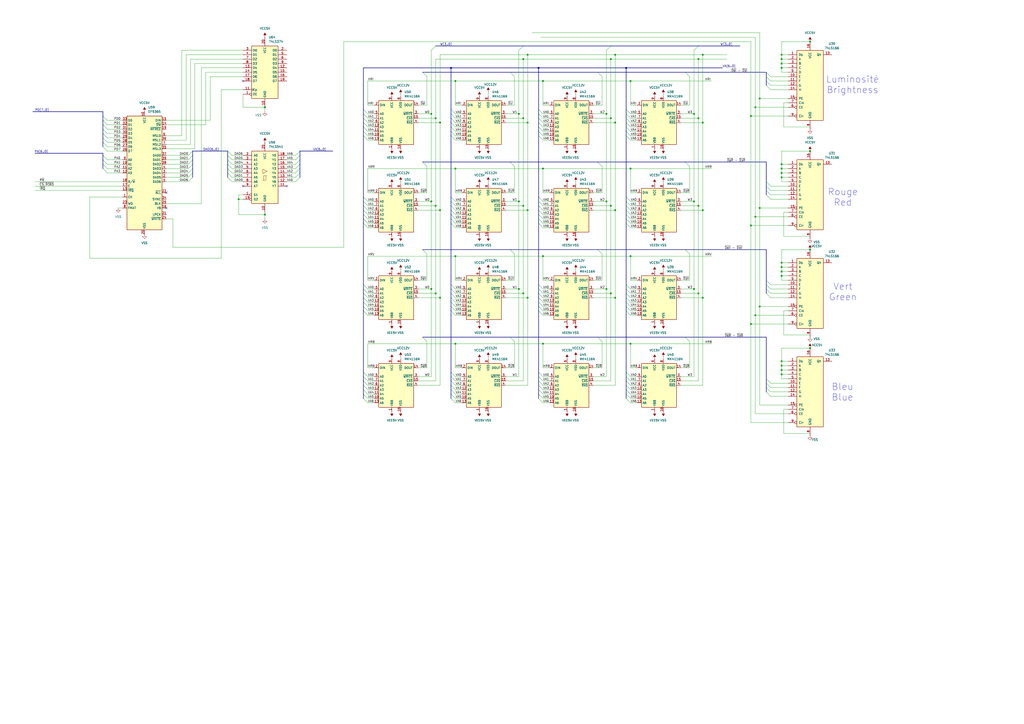
<source format=kicad_sch>
(kicad_sch (version 20250114) (generator "eeschema") (generator_version "9.0")
  (paper "A2")
  (title_block (title "Apollo 7 Squale - Video DRAM") (rev "0.1") (comment 1 "http://hxc2001.free.fr/Squale/") (comment 2 "CC-BY Licence (Creative Commons Attribution)") (comment 3 "Drawn by Jean-François DEL NERO"))
  (text "Luminosité\nBrightness" (at 494.538 49.276 0) (effects (font (size 3.81 3.81))))
  (text "Rouge\nRed" (at 488.95 114.554 0) (effects (font (size 3.81 3.81))))
  (text "Bleu\nBlue" (at 488.696 227.584 0) (effects (font (size 3.81 3.81))))
  (text "Vert\nGreen" (at 488.95 169.418 0) (effects (font (size 3.81 3.81))))
  (junction (at 453.39 157.48))
  (junction (at 438.15 125.73))
  (junction (at 435.61 130.81))
  (junction (at 453.39 214.63))
  (junction (at 405.13 68.58))
  (junction (at 255.27 71.12))
  (junction (at 261.62 39.37))
  (junction (at 453.39 34.29))
  (junction (at 365.76 199.39))
  (junction (at 469.9 201.93))
  (junction (at 453.39 212.09))
  (junction (at 453.39 36.83))
  (junction (at 306.07 71.12))
  (junction (at 314.96 148.59))
  (junction (at 303.53 68.58))
  (junction (at 407.67 31.75))
  (junction (at 264.16 148.59))
  (junction (at 365.76 97.79))
  (junction (at 440.69 177.8))
  (junction (at 356.87 121.92))
  (junction (at 303.53 119.38))
  (junction (at 402.59 116.84))
  (junction (at 402.59 66.04))
  (junction (at 453.39 100.33))
  (junction (at 453.39 31.75))
  (junction (at 314.96 97.79))
  (junction (at 306.07 121.92))
  (junction (at 356.87 172.72))
  (junction (at 354.33 68.58))
  (junction (at 407.67 121.92))
  (junction (at 312.42 39.37))
  (junction (at 453.39 217.17))
  (junction (at 264.16 97.79))
  (junction (at 153.67 124.46))
  (junction (at 303.53 170.18))
  (junction (at 453.39 95.25))
  (junction (at 469.9 87.63))
  (junction (at 438.15 182.88))
  (junction (at 255.27 121.92))
  (junction (at 435.61 187.96))
  (junction (at 314.96 199.39))
  (junction (at 300.99 66.04))
  (junction (at 440.69 120.65))
  (junction (at 469.9 24.13))
  (junction (at 453.39 152.4))
  (junction (at 402.59 167.64))
  (junction (at 351.79 66.04))
  (junction (at 264.16 46.99))
  (junction (at 405.13 170.18))
  (junction (at 314.96 46.99))
  (junction (at 351.79 116.84))
  (junction (at 407.67 71.12))
  (junction (at 354.33 170.18))
  (junction (at 354.33 119.38))
  (junction (at 138.43 115.57))
  (junction (at 453.39 97.79))
  (junction (at 250.19 167.64))
  (junction (at 250.19 116.84))
  (junction (at 453.39 39.37))
  (junction (at 300.99 167.64))
  (junction (at 252.73 170.18))
  (junction (at 363.22 39.37))
  (junction (at 407.67 172.72))
  (junction (at 365.76 46.99))
  (junction (at 405.13 119.38))
  (junction (at 354.33 34.29))
  (junction (at 252.73 119.38))
  (junction (at 250.19 66.04))
  (junction (at 469.9 144.78))
  (junction (at 255.27 172.72))
  (junction (at 453.39 160.02))
  (junction (at 438.15 62.23))
  (junction (at 453.39 154.94))
  (junction (at 435.61 67.31))
  (junction (at 405.13 34.29))
  (junction (at 356.87 71.12))
  (junction (at 300.99 116.84))
  (junction (at 252.73 68.58))
  (junction (at 153.67 62.23))
  (junction (at 306.07 31.75))
  (junction (at 351.79 167.64))
  (junction (at 356.87 31.75))
  (junction (at 453.39 209.55))
  (junction (at 365.76 148.59))
  (junction (at 264.16 199.39))
  (junction (at 306.07 172.72))
  (junction (at 303.53 34.29))
  (junction (at 440.69 57.15))
  (junction (at 453.39 102.87))
  (no_connect (at 140.97 107.95))
  (no_connect (at 140.97 46.99))
  (no_connect (at 96.52 111.76))
  (no_connect (at 96.52 120.65))
  (no_connect (at 166.37 107.95))
  (bus_entry (at 245.11 144.78) (size 2.54 2.54))
  (bus_entry (at 132.08 97.79) (size 2.54 2.54))
  (bus_entry (at 402.59 29.21) (size 2.54 -2.54))
  (bus_entry (at 261.62 124.46) (size 2.54 2.54))
  (bus_entry (at 363.22 76.2) (size 2.54 2.54))
  (bus_entry (at 312.42 124.46) (size 2.54 2.54))
  (bus_entry (at 312.42 218.44) (size 2.54 2.54))
  (bus_entry (at 363.22 78.74) (size 2.54 2.54))
  (bus_entry (at 59.69 82.55) (size 2.54 2.54))
  (bus_entry (at 210.82 223.52) (size 2.54 2.54))
  (bus_entry (at 312.42 116.84) (size 2.54 2.54))
  (bus_entry (at 312.42 119.38) (size 2.54 2.54))
  (bus_entry (at 397.51 144.78) (size 2.54 2.54))
  (bus_entry (at 210.82 116.84) (size 2.54 2.54))
  (bus_entry (at 210.82 180.34) (size 2.54 2.54))
  (bus_entry (at 363.22 226.06) (size 2.54 2.54))
  (bus_entry (at 312.42 167.64) (size 2.54 2.54))
  (bus_entry (at 210.82 215.9) (size 2.54 2.54))
  (bus_entry (at 295.91 144.78) (size 2.54 2.54))
  (bus_entry (at 62.23 100.33) (size -2.54 -2.54))
  (bus_entry (at 444.5 219.71) (size 2.54 2.54))
  (bus_entry (at 363.22 170.18) (size 2.54 2.54))
  (bus_entry (at 210.82 177.8) (size 2.54 2.54))
  (bus_entry (at 261.62 175.26) (size 2.54 2.54))
  (bus_entry (at 173.99 90.17) (size -2.54 2.54))
  (bus_entry (at 346.71 41.91) (size 2.54 2.54))
  (bus_entry (at 62.23 95.25) (size -2.54 -2.54))
  (bus_entry (at 59.69 74.93) (size 2.54 2.54))
  (bus_entry (at 59.69 77.47) (size 2.54 2.54))
  (bus_entry (at 111.76 95.25) (size -2.54 2.54))
  (bus_entry (at 312.42 220.98) (size 2.54 2.54))
  (bus_entry (at 132.08 100.33) (size 2.54 2.54))
  (bus_entry (at 444.5 165.1) (size 2.54 2.54))
  (bus_entry (at 312.42 121.92) (size 2.54 2.54))
  (bus_entry (at 261.62 172.72) (size 2.54 2.54))
  (bus_entry (at 261.62 119.38) (size 2.54 2.54))
  (bus_entry (at 210.82 119.38) (size 2.54 2.54))
  (bus_entry (at 363.22 172.72) (size 2.54 2.54))
  (bus_entry (at 363.22 63.5) (size 2.54 2.54))
  (bus_entry (at 312.42 127) (size 2.54 2.54))
  (bus_entry (at 363.22 119.38) (size 2.54 2.54))
  (bus_entry (at 312.42 165.1) (size 2.54 2.54))
  (bus_entry (at 59.69 72.39) (size 2.54 2.54))
  (bus_entry (at 245.11 93.98) (size 2.54 2.54))
  (bus_entry (at 62.23 92.71) (size -2.54 -2.54))
  (bus_entry (at 173.99 95.25) (size -2.54 2.54))
  (bus_entry (at 261.62 223.52) (size 2.54 2.54))
  (bus_entry (at 210.82 63.5) (size 2.54 2.54))
  (bus_entry (at 210.82 218.44) (size 2.54 2.54))
  (bus_entry (at 397.51 195.58) (size 2.54 2.54))
  (bus_entry (at 111.76 92.71) (size -2.54 2.54))
  (bus_entry (at 210.82 127) (size 2.54 2.54))
  (bus_entry (at 210.82 226.06) (size 2.54 2.54))
  (bus_entry (at 363.22 68.58) (size 2.54 2.54))
  (bus_entry (at 261.62 71.12) (size 2.54 2.54))
  (bus_entry (at 363.22 175.26) (size 2.54 2.54))
  (bus_entry (at 250.19 29.21) (size 2.54 -2.54))
  (bus_entry (at 59.69 69.85) (size 2.54 2.54))
  (bus_entry (at 363.22 220.98) (size 2.54 2.54))
  (bus_entry (at 261.62 215.9) (size 2.54 2.54))
  (bus_entry (at 444.5 44.45) (size 2.54 2.54))
  (bus_entry (at 397.51 93.98) (size 2.54 2.54))
  (bus_entry (at 210.82 76.2) (size 2.54 2.54))
  (bus_entry (at 363.22 223.52) (size 2.54 2.54))
  (bus_entry (at 261.62 76.2) (size 2.54 2.54))
  (bus_entry (at 363.22 165.1) (size 2.54 2.54))
  (bus_entry (at 261.62 78.74) (size 2.54 2.54))
  (bus_entry (at 363.22 177.8) (size 2.54 2.54))
  (bus_entry (at 363.22 71.12) (size 2.54 2.54))
  (bus_entry (at 363.22 66.04) (size 2.54 2.54))
  (bus_entry (at 300.99 29.21) (size 2.54 -2.54))
  (bus_entry (at 111.76 102.87) (size -2.54 2.54))
  (bus_entry (at 210.82 114.3) (size 2.54 2.54))
  (bus_entry (at 363.22 73.66) (size 2.54 2.54))
  (bus_entry (at 261.62 231.14) (size 2.54 2.54))
  (bus_entry (at 363.22 218.44) (size 2.54 2.54))
  (bus_entry (at 210.82 228.6) (size 2.54 2.54))
  (bus_entry (at 444.5 107.95) (size 2.54 2.54))
  (bus_entry (at 312.42 223.52) (size 2.54 2.54))
  (bus_entry (at 444.5 222.25) (size 2.54 2.54))
  (bus_entry (at 210.82 231.14) (size 2.54 2.54))
  (bus_entry (at 444.5 227.33) (size 2.54 2.54))
  (bus_entry (at 312.42 228.6) (size 2.54 2.54))
  (bus_entry (at 261.62 129.54) (size 2.54 2.54))
  (bus_entry (at 363.22 116.84) (size 2.54 2.54))
  (bus_entry (at 261.62 127) (size 2.54 2.54))
  (bus_entry (at 245.11 195.58) (size 2.54 2.54))
  (bus_entry (at 444.5 46.99) (size 2.54 2.54))
  (bus_entry (at 295.91 41.91) (size 2.54 2.54))
  (bus_entry (at 173.99 102.87) (size -2.54 2.54))
  (bus_entry (at 444.5 105.41) (size 2.54 2.54))
  (bus_entry (at 261.62 114.3) (size 2.54 2.54))
  (bus_entry (at 312.42 226.06) (size 2.54 2.54))
  (bus_entry (at 363.22 127) (size 2.54 2.54))
  (bus_entry (at 173.99 97.79) (size -2.54 2.54))
  (bus_entry (at 312.42 172.72) (size 2.54 2.54))
  (bus_entry (at 397.51 41.91) (size 2.54 2.54))
  (bus_entry (at 363.22 114.3) (size 2.54 2.54))
  (bus_entry (at 261.62 226.06) (size 2.54 2.54))
  (bus_entry (at 210.82 129.54) (size 2.54 2.54))
  (bus_entry (at 261.62 167.64) (size 2.54 2.54))
  (bus_entry (at 363.22 228.6) (size 2.54 2.54))
  (bus_entry (at 312.42 215.9) (size 2.54 2.54))
  (bus_entry (at 261.62 66.04) (size 2.54 2.54))
  (bus_entry (at 312.42 175.26) (size 2.54 2.54))
  (bus_entry (at 312.42 71.12) (size 2.54 2.54))
  (bus_entry (at 312.42 114.3) (size 2.54 2.54))
  (bus_entry (at 210.82 71.12) (size 2.54 2.54))
  (bus_entry (at 210.82 167.64) (size 2.54 2.54))
  (bus_entry (at 444.5 170.18) (size 2.54 2.54))
  (bus_entry (at 261.62 228.6) (size 2.54 2.54))
  (bus_entry (at 261.62 73.66) (size 2.54 2.54))
  (bus_entry (at 444.5 49.53) (size 2.54 2.54))
  (bus_entry (at 210.82 78.74) (size 2.54 2.54))
  (bus_entry (at 132.08 92.71) (size 2.54 2.54))
  (bus_entry (at 173.99 100.33) (size -2.54 2.54))
  (bus_entry (at 261.62 165.1) (size 2.54 2.54))
  (bus_entry (at 210.82 124.46) (size 2.54 2.54))
  (bus_entry (at 295.91 195.58) (size 2.54 2.54))
  (bus_entry (at 261.62 180.34) (size 2.54 2.54))
  (bus_entry (at 210.82 172.72) (size 2.54 2.54))
  (bus_entry (at 312.42 73.66) (size 2.54 2.54))
  (bus_entry (at 295.91 93.98) (size 2.54 2.54))
  (bus_entry (at 363.22 121.92) (size 2.54 2.54))
  (bus_entry (at 312.42 177.8) (size 2.54 2.54))
  (bus_entry (at 111.76 100.33) (size -2.54 2.54))
  (bus_entry (at 363.22 231.14) (size 2.54 2.54))
  (bus_entry (at 346.71 144.78) (size 2.54 2.54))
  (bus_entry (at 312.42 63.5) (size 2.54 2.54))
  (bus_entry (at 261.62 218.44) (size 2.54 2.54))
  (bus_entry (at 62.23 97.79) (size -2.54 -2.54))
  (bus_entry (at 111.76 90.17) (size -2.54 2.54))
  (bus_entry (at 59.69 80.01) (size 2.54 2.54))
  (bus_entry (at 363.22 180.34) (size 2.54 2.54))
  (bus_entry (at 261.62 170.18) (size 2.54 2.54))
  (bus_entry (at 132.08 95.25) (size 2.54 2.54))
  (bus_entry (at 312.42 231.14) (size 2.54 2.54))
  (bus_entry (at 312.42 180.34) (size 2.54 2.54))
  (bus_entry (at 444.5 41.91) (size 2.54 2.54))
  (bus_entry (at 363.22 167.64) (size 2.54 2.54))
  (bus_entry (at 312.42 78.74) (size 2.54 2.54))
  (bus_entry (at 444.5 113.03) (size 2.54 2.54))
  (bus_entry (at 261.62 68.58) (size 2.54 2.54))
  (bus_entry (at 312.42 170.18) (size 2.54 2.54))
  (bus_entry (at 210.82 220.98) (size 2.54 2.54))
  (bus_entry (at 111.76 87.63) (size -2.54 2.54))
  (bus_entry (at 363.22 124.46) (size 2.54 2.54))
  (bus_entry (at 210.82 68.58) (size 2.54 2.54))
  (bus_entry (at 210.82 73.66) (size 2.54 2.54))
  (bus_entry (at 351.79 29.21) (size 2.54 -2.54))
  (bus_entry (at 444.5 167.64) (size 2.54 2.54))
  (bus_entry (at 363.22 215.9) (size 2.54 2.54))
  (bus_entry (at 132.08 87.63) (size 2.54 2.54))
  (bus_entry (at 444.5 110.49) (size 2.54 2.54))
  (bus_entry (at 346.71 195.58) (size 2.54 2.54))
  (bus_entry (at 59.69 85.09) (size 2.54 2.54))
  (bus_entry (at 444.5 162.56) (size 2.54 2.54))
  (bus_entry (at 261.62 121.92) (size 2.54 2.54))
  (bus_entry (at 346.71 93.98) (size 2.54 2.54))
  (bus_entry (at 261.62 116.84) (size 2.54 2.54))
  (bus_entry (at 261.62 63.5) (size 2.54 2.54))
  (bus_entry (at 312.42 129.54) (size 2.54 2.54))
  (bus_entry (at 261.62 177.8) (size 2.54 2.54))
  (bus_entry (at 245.11 41.91) (size 2.54 2.54))
  (bus_entry (at 210.82 165.1) (size 2.54 2.54))
  (bus_entry (at 132.08 102.87) (size 2.54 2.54))
  (bus_entry (at 111.76 97.79) (size -2.54 2.54))
  (bus_entry (at 261.62 220.98) (size 2.54 2.54))
  (bus_entry (at 312.42 76.2) (size 2.54 2.54))
  (bus_entry (at 210.82 170.18) (size 2.54 2.54))
  (bus_entry (at 210.82 121.92) (size 2.54 2.54))
  (bus_entry (at 444.5 224.79) (size 2.54 2.54))
  (bus_entry (at 210.82 66.04) (size 2.54 2.54))
  (bus_entry (at 363.22 129.54) (size 2.54 2.54))
  (bus_entry (at 312.42 68.58) (size 2.54 2.54))
  (bus_entry (at 312.42 66.04) (size 2.54 2.54))
  (bus_entry (at 173.99 92.71) (size -2.54 2.54))
  (bus_entry (at 210.82 175.26) (size 2.54 2.54))
  (bus_entry (at 132.08 90.17) (size 2.54 2.54))
  (bus_entry (at 59.69 67.31) (size 2.54 2.54))
  (bus_entry (at 173.99 87.63) (size -2.54 2.54))
  (wire (pts (xy 384.81 54.61) (xy 384.81 55.88)))
  (wire (pts (xy 303.53 34.29) (xy 303.53 68.58)))
  (wire (pts (xy 298.45 147.32) (xy 298.45 162.56)))
  (bus (pts (xy 444.5 105.41) (xy 444.5 107.95)))
  (bus (pts (xy 132.08 87.63) (xy 132.08 90.17)))
  (wire (pts (xy 96.52 72.39) (xy 119.38 72.39)))
  (wire (pts (xy 314.96 124.46) (xy 318.77 124.46)))
  (wire (pts (xy 134.62 97.79) (xy 140.97 97.79)))
  (bus (pts (xy 363.22 119.38) (xy 363.22 121.92)))
  (wire (pts (xy 394.97 119.38) (xy 405.13 119.38)))
  (wire (pts (xy 264.16 132.08) (xy 267.97 132.08)))
  (wire (pts (xy 349.25 147.32) (xy 349.25 162.56)))
  (wire (pts (xy 447.04 52.07) (xy 457.2 52.07)))
  (wire (pts (xy 453.39 105.41) (xy 453.39 102.87)))
  (wire (pts (xy 128.27 52.07) (xy 140.97 52.07)))
  (wire (pts (xy 62.23 92.71) (xy 71.12 92.71)))
  (wire (pts (xy 100.33 143.51) (xy 199.39 143.51)))
  (bus (pts (xy 210.82 73.66) (xy 210.82 76.2)))
  (wire (pts (xy 402.59 29.21) (xy 402.59 66.04)))
  (wire (pts (xy 453.39 95.25) (xy 453.39 97.79)))
  (wire (pts (xy 121.92 69.85) (xy 121.92 44.45)))
  (wire (pts (xy 264.16 218.44) (xy 267.97 218.44)))
  (wire (pts (xy 384.81 156.21) (xy 384.81 157.48)))
  (wire (pts (xy 264.16 121.92) (xy 267.97 121.92)))
  (wire (pts (xy 344.17 213.36) (xy 349.25 213.36)))
  (bus (pts (xy 210.82 129.54) (xy 210.82 165.1)))
  (wire (pts (xy 457.2 95.25) (xy 453.39 95.25)))
  (wire (pts (xy 453.39 217.17) (xy 453.39 214.63)))
  (wire (pts (xy 107.95 31.75) (xy 140.97 31.75)))
  (wire (pts (xy 344.17 119.38) (xy 354.33 119.38)))
  (wire (pts (xy 134.62 100.33) (xy 140.97 100.33)))
  (bus (pts (xy 210.82 78.74) (xy 210.82 114.3)))
  (bus (pts (xy 111.76 90.17) (xy 111.76 87.63)))
  (bus (pts (xy 397.51 144.78) (xy 444.5 144.78)))
  (bus (pts (xy 252.73 26.67) (xy 303.53 26.67)))
  (wire (pts (xy 402.59 167.64) (xy 402.59 218.44)))
  (wire (pts (xy 435.61 187.96) (xy 457.2 187.96)))
  (bus (pts (xy 363.22 73.66) (xy 363.22 76.2)))
  (wire (pts (xy 454.66 59.69) (xy 457.2 59.69)))
  (wire (pts (xy 242.57 170.18) (xy 252.73 170.18)))
  (wire (pts (xy 283.21 53.34) (xy 283.21 55.88)))
  (wire (pts (xy 213.36 60.96) (xy 217.17 60.96)))
  (wire (pts (xy 213.36 116.84) (xy 217.17 116.84)))
  (wire (pts (xy 110.49 34.29) (xy 140.97 34.29)))
  (wire (pts (xy 119.38 72.39) (xy 119.38 41.91)))
  (bus (pts (xy 261.62 76.2) (xy 261.62 78.74)))
  (wire (pts (xy 300.99 29.21) (xy 300.99 66.04)))
  (bus (pts (xy 444.5 93.98) (xy 444.5 105.41)))
  (wire (pts (xy 96.52 95.25) (xy 109.22 95.25)))
  (wire (pts (xy 134.62 95.25) (xy 140.97 95.25)))
  (wire (pts (xy 213.36 162.56) (xy 217.17 162.56)))
  (wire (pts (xy 283.21 105.41) (xy 283.21 106.68)))
  (wire (pts (xy 213.36 177.8) (xy 217.17 177.8)))
  (wire (pts (xy 213.36 73.66) (xy 217.17 73.66)))
  (wire (pts (xy 138.43 113.03) (xy 138.43 115.57)))
  (wire (pts (xy 447.04 229.87) (xy 457.2 229.87)))
  (bus (pts (xy 363.22 129.54) (xy 363.22 165.1)))
  (wire (pts (xy 213.36 172.72) (xy 217.17 172.72)))
  (bus (pts (xy 363.22 76.2) (xy 363.22 78.74)))
  (wire (pts (xy 394.97 71.12) (xy 407.67 71.12)))
  (bus (pts (xy 346.71 144.78) (xy 295.91 144.78)))
  (wire (pts (xy 314.96 231.14) (xy 318.77 231.14)))
  (wire (pts (xy 264.16 81.28) (xy 267.97 81.28)))
  (wire (pts (xy 318.77 162.56) (xy 314.96 162.56)))
  (wire (pts (xy 264.16 76.2) (xy 267.97 76.2)))
  (bus (pts (xy 261.62 66.04) (xy 261.62 68.58)))
  (wire (pts (xy 438.15 125.73) (xy 457.2 125.73)))
  (wire (pts (xy 52.07 114.3) (xy 71.12 114.3)))
  (bus (pts (xy 363.22 116.84) (xy 363.22 119.38)))
  (wire (pts (xy 454.66 251.46) (xy 454.66 237.49)))
  (wire (pts (xy 447.04 115.57) (xy 457.2 115.57)))
  (wire (pts (xy 264.16 129.54) (xy 267.97 129.54)))
  (bus (pts (xy 363.22 68.58) (xy 363.22 71.12)))
  (bus (pts (xy 261.62 39.37) (xy 261.62 63.5)))
  (wire (pts (xy 314.96 170.18) (xy 318.77 170.18)))
  (wire (pts (xy 365.76 180.34) (xy 369.57 180.34)))
  (wire (pts (xy 303.53 170.18) (xy 303.53 220.98)))
  (wire (pts (xy 457.2 105.41) (xy 453.39 105.41)))
  (wire (pts (xy 119.38 41.91) (xy 140.97 41.91)))
  (wire (pts (xy 293.37 71.12) (xy 306.07 71.12)))
  (wire (pts (xy 453.39 97.79) (xy 453.39 100.33)))
  (wire (pts (xy 293.37 167.64) (xy 300.99 167.64)))
  (wire (pts (xy 344.17 162.56) (xy 349.25 162.56)))
  (bus (pts (xy 363.22 172.72) (xy 363.22 175.26)))
  (wire (pts (xy 134.62 105.41) (xy 140.97 105.41)))
  (wire (pts (xy 96.52 86.36) (xy 113.03 86.36)))
  (bus (pts (xy 312.42 170.18) (xy 312.42 172.72)))
  (wire (pts (xy 354.33 170.18) (xy 354.33 220.98)))
  (wire (pts (xy 166.37 100.33) (xy 171.45 100.33)))
  (wire (pts (xy 440.69 234.95) (xy 457.2 234.95)))
  (wire (pts (xy 242.57 213.36) (xy 247.65 213.36)))
  (wire (pts (xy 453.39 209.55) (xy 453.39 212.09)))
  (wire (pts (xy 293.37 116.84) (xy 300.99 116.84)))
  (bus (pts (xy 173.99 95.25) (xy 173.99 92.71)))
  (wire (pts (xy 100.33 127) (xy 100.33 143.51)))
  (bus (pts (xy 363.22 175.26) (xy 363.22 177.8)))
  (wire (pts (xy 293.37 218.44) (xy 300.99 218.44)))
  (wire (pts (xy 62.23 72.39) (xy 71.12 72.39)))
  (wire (pts (xy 365.76 167.64) (xy 369.57 167.64)))
  (wire (pts (xy 314.96 175.26) (xy 318.77 175.26)))
  (wire (pts (xy 394.97 68.58) (xy 405.13 68.58)))
  (wire (pts (xy 365.76 119.38) (xy 369.57 119.38)))
  (bus (pts (xy 312.42 175.26) (xy 312.42 177.8)))
  (bus (pts (xy 405.13 26.67) (xy 429.26 26.67)))
  (wire (pts (xy 96.52 92.71) (xy 109.22 92.71)))
  (wire (pts (xy 365.76 81.28) (xy 369.57 81.28)))
  (wire (pts (xy 232.41 156.21) (xy 232.41 157.48)))
  (wire (pts (xy 293.37 68.58) (xy 303.53 68.58)))
  (wire (pts (xy 264.16 97.79) (xy 314.96 97.79)))
  (bus (pts (xy 261.62 124.46) (xy 261.62 127)))
  (wire (pts (xy 306.07 31.75) (xy 306.07 71.12)))
  (wire (pts (xy 453.39 219.71) (xy 453.39 217.17)))
  (wire (pts (xy 369.57 162.56) (xy 365.76 162.56)))
  (wire (pts (xy 405.13 170.18) (xy 405.13 220.98)))
  (wire (pts (xy 365.76 199.39) (xy 365.76 213.36)))
  (wire (pts (xy 354.33 34.29) (xy 354.33 68.58)))
  (wire (pts (xy 306.07 31.75) (xy 356.87 31.75)))
  (bus (pts (xy 210.82 167.64) (xy 210.82 170.18)))
  (wire (pts (xy 213.36 127) (xy 217.17 127)))
  (wire (pts (xy 153.67 62.23) (xy 153.67 64.77)))
  (wire (pts (xy 351.79 29.21) (xy 351.79 66.04)))
  (wire (pts (xy 351.79 116.84) (xy 351.79 167.64)))
  (wire (pts (xy 264.16 199.39) (xy 264.16 213.36)))
  (bus (pts (xy 363.22 167.64) (xy 363.22 170.18)))
  (wire (pts (xy 313.69 21.59) (xy 438.15 21.59)))
  (wire (pts (xy 438.15 62.23) (xy 438.15 125.73)))
  (wire (pts (xy 267.97 111.76) (xy 264.16 111.76)))
  (wire (pts (xy 121.92 44.45) (xy 140.97 44.45)))
  (wire (pts (xy 250.19 167.64) (xy 250.19 218.44)))
  (wire (pts (xy 435.61 67.31) (xy 435.61 130.81)))
  (wire (pts (xy 242.57 68.58) (xy 252.73 68.58)))
  (wire (pts (xy 435.61 187.96) (xy 435.61 245.11)))
  (wire (pts (xy 453.39 212.09) (xy 453.39 214.63)))
  (bus (pts (xy 210.82 68.58) (xy 210.82 71.12)))
  (wire (pts (xy 457.2 212.09) (xy 453.39 212.09)))
  (wire (pts (xy 394.97 220.98) (xy 405.13 220.98)))
  (wire (pts (xy 314.96 172.72) (xy 318.77 172.72)))
  (wire (pts (xy 264.16 148.59) (xy 314.96 148.59)))
  (bus (pts (xy 210.82 127) (xy 210.82 129.54)))
  (wire (pts (xy 453.39 160.02) (xy 457.2 160.02)))
  (bus (pts (xy 59.69 80.01) (xy 59.69 77.47)))
  (bus (pts (xy 173.99 87.63) (xy 193.04 87.63)))
  (wire (pts (xy 267.97 60.96) (xy 264.16 60.96)))
  (wire (pts (xy 400.05 147.32) (xy 400.05 162.56)))
  (wire (pts (xy 264.16 127) (xy 267.97 127)))
  (wire (pts (xy 213.36 129.54) (xy 217.17 129.54)))
  (wire (pts (xy 314.96 129.54) (xy 318.77 129.54)))
  (wire (pts (xy 440.69 120.65) (xy 457.2 120.65)))
  (wire (pts (xy 453.39 102.87) (xy 457.2 102.87)))
  (bus (pts (xy 346.71 93.98) (xy 397.51 93.98)))
  (wire (pts (xy 213.36 78.74) (xy 217.17 78.74)))
  (wire (pts (xy 394.97 162.56) (xy 400.05 162.56)))
  (bus (pts (xy 132.08 100.33) (xy 132.08 102.87)))
  (wire (pts (xy 255.27 172.72) (xy 255.27 223.52)))
  (wire (pts (xy 314.96 180.34) (xy 318.77 180.34)))
  (bus (pts (xy 111.76 97.79) (xy 111.76 95.25)))
  (wire (pts (xy 242.57 162.56) (xy 247.65 162.56)))
  (wire (pts (xy 457.2 130.81) (xy 435.61 130.81)))
  (bus (pts (xy 261.62 170.18) (xy 261.62 172.72)))
  (wire (pts (xy 96.52 118.11) (xy 116.84 118.11)))
  (wire (pts (xy 365.76 172.72) (xy 369.57 172.72)))
  (wire (pts (xy 264.16 199.39) (xy 314.96 199.39)))
  (wire (pts (xy 255.27 31.75) (xy 306.07 31.75)))
  (wire (pts (xy 300.99 66.04) (xy 300.99 116.84)))
  (wire (pts (xy 365.76 226.06) (xy 369.57 226.06)))
  (bus (pts (xy 111.76 100.33) (xy 111.76 97.79)))
  (bus (pts (xy 363.22 177.8) (xy 363.22 180.34)))
  (wire (pts (xy 405.13 68.58) (xy 405.13 119.38)))
  (wire (pts (xy 68.58 120.65) (xy 71.12 120.65)))
  (wire (pts (xy 250.19 66.04) (xy 250.19 116.84)))
  (bus (pts (xy 397.51 144.78) (xy 346.71 144.78)))
  (wire (pts (xy 264.16 116.84) (xy 267.97 116.84)))
  (wire (pts (xy 242.57 167.64) (xy 250.19 167.64)))
  (wire (pts (xy 62.23 74.93) (xy 71.12 74.93)))
  (wire (pts (xy 293.37 213.36) (xy 298.45 213.36)))
  (wire (pts (xy 252.73 170.18) (xy 252.73 220.98)))
  (bus (pts (xy 312.42 68.58) (xy 312.42 71.12)))
  (wire (pts (xy 264.16 97.79) (xy 264.16 111.76)))
  (bus (pts (xy 312.42 223.52) (xy 312.42 226.06)))
  (wire (pts (xy 264.16 180.34) (xy 267.97 180.34)))
  (bus (pts (xy 312.42 165.1) (xy 312.42 167.64)))
  (wire (pts (xy 213.36 226.06) (xy 217.17 226.06)))
  (wire (pts (xy 314.96 46.99) (xy 365.76 46.99)))
  (wire (pts (xy 242.57 218.44) (xy 250.19 218.44)))
  (bus (pts (xy 312.42 39.37) (xy 363.22 39.37)))
  (wire (pts (xy 440.69 120.65) (xy 440.69 177.8)))
  (wire (pts (xy 447.04 227.33) (xy 457.2 227.33)))
  (wire (pts (xy 365.76 148.59) (xy 365.76 162.56)))
  (wire (pts (xy 365.76 78.74) (xy 369.57 78.74)))
  (wire (pts (xy 255.27 71.12) (xy 255.27 121.92)))
  (wire (pts (xy 384.81 207.01) (xy 384.81 208.28)))
  (wire (pts (xy 402.59 116.84) (xy 402.59 167.64)))
  (wire (pts (xy 334.01 156.21) (xy 334.01 157.48)))
  (wire (pts (xy 440.69 177.8) (xy 440.69 234.95)))
  (wire (pts (xy 153.67 124.46) (xy 153.67 123.19)))
  (wire (pts (xy 293.37 66.04) (xy 300.99 66.04)))
  (wire (pts (xy 314.96 68.58) (xy 318.77 68.58)))
  (wire (pts (xy 314.96 97.79) (xy 314.96 111.76)))
  (wire (pts (xy 314.96 76.2) (xy 318.77 76.2)))
  (wire (pts (xy 440.69 177.8) (xy 457.2 177.8)))
  (wire (pts (xy 365.76 127) (xy 369.57 127)))
  (bus (pts (xy 363.22 215.9) (xy 363.22 218.44)))
  (wire (pts (xy 365.76 231.14) (xy 369.57 231.14)))
  (wire (pts (xy 264.16 148.59) (xy 264.16 162.56)))
  (wire (pts (xy 242.57 60.96) (xy 247.65 60.96)))
  (wire (pts (xy 213.36 46.99) (xy 213.36 60.96)))
  (wire (pts (xy 447.04 167.64) (xy 457.2 167.64)))
  (bus (pts (xy 363.22 71.12) (xy 363.22 73.66)))
  (bus (pts (xy 173.99 102.87) (xy 173.99 100.33)))
  (wire (pts (xy 407.67 172.72) (xy 407.67 223.52)))
  (wire (pts (xy 247.65 198.12) (xy 247.65 213.36)))
  (bus (pts (xy 312.42 39.37) (xy 312.42 63.5)))
  (wire (pts (xy 293.37 111.76) (xy 298.45 111.76)))
  (bus (pts (xy 261.62 177.8) (xy 261.62 180.34)))
  (wire (pts (xy 242.57 116.84) (xy 250.19 116.84)))
  (bus (pts (xy 261.62 129.54) (xy 261.62 165.1)))
  (bus (pts (xy 261.62 78.74) (xy 261.62 114.3)))
  (bus (pts (xy 312.42 78.74) (xy 312.42 114.3)))
  (bus (pts (xy 312.42 76.2) (xy 312.42 78.74)))
  (wire (pts (xy 213.36 231.14) (xy 217.17 231.14)))
  (wire (pts (xy 400.05 198.12) (xy 400.05 213.36)))
  (wire (pts (xy 213.36 111.76) (xy 217.17 111.76)))
  (wire (pts (xy 264.16 68.58) (xy 267.97 68.58)))
  (wire (pts (xy 454.66 137.16) (xy 454.66 123.19)))
  (wire (pts (xy 314.96 71.12) (xy 318.77 71.12)))
  (wire (pts (xy 213.36 220.98) (xy 217.17 220.98)))
  (bus (pts (xy 210.82 226.06) (xy 210.82 228.6)))
  (bus (pts (xy 210.82 170.18) (xy 210.82 172.72)))
  (wire (pts (xy 252.73 68.58) (xy 252.73 119.38)))
  (wire (pts (xy 140.97 62.23) (xy 140.97 54.61)))
  (wire (pts (xy 213.36 167.64) (xy 217.17 167.64)))
  (bus (pts (xy 261.62 116.84) (xy 261.62 119.38)))
  (wire (pts (xy 384.81 105.41) (xy 384.81 106.68)))
  (bus (pts (xy 312.42 127) (xy 312.42 129.54)))
  (wire (pts (xy 440.69 57.15) (xy 457.2 57.15)))
  (wire (pts (xy 242.57 223.52) (xy 255.27 223.52)))
  (bus (pts (xy 59.69 88.9) (xy 59.69 90.17)))
  (wire (pts (xy 213.36 223.52) (xy 217.17 223.52)))
  (wire (pts (xy 62.23 80.01) (xy 71.12 80.01)))
  (wire (pts (xy 247.65 147.32) (xy 247.65 162.56)))
  (wire (pts (xy 293.37 121.92) (xy 306.07 121.92)))
  (wire (pts (xy 314.96 121.92) (xy 318.77 121.92)))
  (wire (pts (xy 394.97 218.44) (xy 402.59 218.44)))
  (wire (pts (xy 453.39 100.33) (xy 457.2 100.33)))
  (wire (pts (xy 107.95 81.28) (xy 107.95 31.75)))
  (wire (pts (xy 314.96 127) (xy 318.77 127)))
  (bus (pts (xy 312.42 66.04) (xy 312.42 68.58)))
  (bus (pts (xy 312.42 218.44) (xy 312.42 220.98)))
  (wire (pts (xy 314.96 199.39) (xy 314.96 213.36)))
  (bus (pts (xy 444.5 165.1) (xy 444.5 167.64)))
  (bus (pts (xy 59.69 72.39) (xy 59.69 69.85)))
  (wire (pts (xy 447.04 113.03) (xy 457.2 113.03)))
  (wire (pts (xy 128.27 149.86) (xy 52.07 149.86)))
  (wire (pts (xy 447.04 46.99) (xy 457.2 46.99)))
  (bus (pts (xy 210.82 124.46) (xy 210.82 127)))
  (wire (pts (xy 354.33 68.58) (xy 354.33 119.38)))
  (wire (pts (xy 232.41 105.41) (xy 232.41 106.68)))
  (wire (pts (xy 365.76 66.04) (xy 369.57 66.04)))
  (wire (pts (xy 242.57 220.98) (xy 252.73 220.98)))
  (bus (pts (xy 210.82 114.3) (xy 210.82 116.84)))
  (wire (pts (xy 344.17 170.18) (xy 354.33 170.18)))
  (wire (pts (xy 255.27 31.75) (xy 255.27 71.12)))
  (bus (pts (xy 312.42 129.54) (xy 312.42 165.1)))
  (wire (pts (xy 453.39 152.4) (xy 453.39 154.94)))
  (wire (pts (xy 96.52 83.82) (xy 110.49 83.82)))
  (wire (pts (xy 247.65 96.52) (xy 247.65 111.76)))
  (wire (pts (xy 213.36 170.18) (xy 217.17 170.18)))
  (wire (pts (xy 113.03 86.36) (xy 113.03 36.83)))
  (wire (pts (xy 213.36 124.46) (xy 217.17 124.46)))
  (wire (pts (xy 438.15 182.88) (xy 438.15 240.03)))
  (wire (pts (xy 314.96 148.59) (xy 365.76 148.59)))
  (wire (pts (xy 344.17 116.84) (xy 351.79 116.84)))
  (wire (pts (xy 213.36 175.26) (xy 217.17 175.26)))
  (wire (pts (xy 314.96 218.44) (xy 318.77 218.44)))
  (bus (pts (xy 444.5 195.58) (xy 444.5 219.71)))
  (wire (pts (xy 293.37 162.56) (xy 298.45 162.56)))
  (bus (pts (xy 346.71 195.58) (xy 295.91 195.58)))
  (bus (pts (xy 59.69 85.09) (xy 59.69 82.55)))
  (bus (pts (xy 210.82 177.8) (xy 210.82 180.34)))
  (wire (pts (xy 62.23 85.09) (xy 71.12 85.09)))
  (wire (pts (xy 365.76 68.58) (xy 369.57 68.58)))
  (wire (pts (xy 447.04 110.49) (xy 457.2 110.49)))
  (wire (pts (xy 351.79 167.64) (xy 351.79 218.44)))
  (wire (pts (xy 264.16 223.52) (xy 267.97 223.52)))
  (wire (pts (xy 213.36 97.79) (xy 213.36 111.76)))
  (wire (pts (xy 438.15 62.23) (xy 457.2 62.23)))
  (wire (pts (xy 298.45 44.45) (xy 298.45 60.96)))
  (wire (pts (xy 438.15 240.03) (xy 457.2 240.03)))
  (wire (pts (xy 334.01 54.61) (xy 334.01 55.88)))
  (bus (pts (xy 210.82 116.84) (xy 210.82 119.38)))
  (wire (pts (xy 394.97 111.76) (xy 400.05 111.76)))
  (wire (pts (xy 213.36 199.39) (xy 264.16 199.39)))
  (wire (pts (xy 438.15 125.73) (xy 438.15 182.88)))
  (wire (pts (xy 134.62 92.71) (xy 140.97 92.71)))
  (bus (pts (xy 444.5 110.49) (xy 444.5 113.03)))
  (wire (pts (xy 264.16 46.99) (xy 314.96 46.99)))
  (wire (pts (xy 293.37 60.96) (xy 298.45 60.96)))
  (bus (pts (xy 210.82 66.04) (xy 210.82 68.58)))
  (bus (pts (xy 261.62 121.92) (xy 261.62 124.46)))
  (wire (pts (xy 457.2 209.55) (xy 453.39 209.55)))
  (bus (pts (xy 210.82 39.37) (xy 210.82 63.5)))
  (wire (pts (xy 356.87 31.75) (xy 407.67 31.75)))
  (wire (pts (xy 314.96 132.08) (xy 318.77 132.08)))
  (wire (pts (xy 344.17 172.72) (xy 356.87 172.72)))
  (wire (pts (xy 264.16 177.8) (xy 267.97 177.8)))
  (wire (pts (xy 267.97 162.56) (xy 264.16 162.56)))
  (bus (pts (xy 261.62 223.52) (xy 261.62 226.06)))
  (bus (pts (xy 210.82 119.38) (xy 210.82 121.92)))
  (bus (pts (xy 363.22 218.44) (xy 363.22 220.98)))
  (bus (pts (xy 444.5 44.45) (xy 444.5 46.99)))
  (wire (pts (xy 62.23 82.55) (xy 71.12 82.55)))
  (wire (pts (xy 293.37 170.18) (xy 303.53 170.18)))
  (bus (pts (xy 132.08 90.17) (xy 132.08 92.71)))
  (bus (pts (xy 210.82 121.92) (xy 210.82 124.46)))
  (wire (pts (xy 365.76 182.88) (xy 369.57 182.88)))
  (wire (pts (xy 365.76 46.99) (xy 412.75 46.99)))
  (wire (pts (xy 166.37 97.79) (xy 171.45 97.79)))
  (wire (pts (xy 457.2 31.75) (xy 453.39 31.75)))
  (wire (pts (xy 252.73 119.38) (xy 252.73 170.18)))
  (wire (pts (xy 457.2 97.79) (xy 453.39 97.79)))
  (bus (pts (xy 363.22 223.52) (xy 363.22 226.06)))
  (wire (pts (xy 365.76 116.84) (xy 369.57 116.84)))
  (wire (pts (xy 213.36 119.38) (xy 217.17 119.38)))
  (wire (pts (xy 454.66 237.49) (xy 457.2 237.49)))
  (wire (pts (xy 264.16 71.12) (xy 267.97 71.12)))
  (wire (pts (xy 453.39 31.75) (xy 453.39 24.13)))
  (bus (pts (xy 312.42 124.46) (xy 312.42 127)))
  (wire (pts (xy 213.36 218.44) (xy 217.17 218.44)))
  (wire (pts (xy 242.57 119.38) (xy 252.73 119.38)))
  (wire (pts (xy 457.2 245.11) (xy 435.61 245.11)))
  (wire (pts (xy 250.19 116.84) (xy 250.19 167.64)))
  (wire (pts (xy 454.66 123.19) (xy 457.2 123.19)))
  (wire (pts (xy 407.67 31.75) (xy 407.67 71.12)))
  (wire (pts (xy 394.97 121.92) (xy 407.67 121.92)))
  (wire (pts (xy 453.39 152.4) (xy 453.39 144.78)))
  (wire (pts (xy 400.05 96.52) (xy 400.05 111.76)))
  (wire (pts (xy 369.57 213.36) (xy 365.76 213.36)))
  (wire (pts (xy 264.16 124.46) (xy 267.97 124.46)))
  (wire (pts (xy 283.21 156.21) (xy 283.21 157.48)))
  (bus (pts (xy 59.69 92.71) (xy 59.69 90.17)))
  (wire (pts (xy 96.52 97.79) (xy 109.22 97.79)))
  (wire (pts (xy 213.36 121.92) (xy 217.17 121.92)))
  (wire (pts (xy 116.84 39.37) (xy 140.97 39.37)))
  (wire (pts (xy 334.01 207.01) (xy 334.01 208.28)))
  (bus (pts (xy 19.05 64.77) (xy 59.69 64.77)))
  (bus (pts (xy 444.5 167.64) (xy 444.5 170.18)))
  (bus (pts (xy 312.42 114.3) (xy 312.42 116.84)))
  (wire (pts (xy 264.16 231.14) (xy 267.97 231.14)))
  (wire (pts (xy 62.23 87.63) (xy 71.12 87.63)))
  (wire (pts (xy 264.16 172.72) (xy 267.97 172.72)))
  (wire (pts (xy 138.43 115.57) (xy 138.43 124.46)))
  (bus (pts (xy 210.82 71.12) (xy 210.82 73.66)))
  (wire (pts (xy 166.37 95.25) (xy 171.45 95.25)))
  (bus (pts (xy 59.69 67.31) (xy 59.69 64.77)))
  (wire (pts (xy 457.2 219.71) (xy 453.39 219.71)))
  (wire (pts (xy 400.05 44.45) (xy 400.05 60.96)))
  (wire (pts (xy 469.9 251.46) (xy 454.66 251.46)))
  (wire (pts (xy 365.76 199.39) (xy 412.75 199.39)))
  (wire (pts (xy 394.97 172.72) (xy 407.67 172.72)))
  (bus (pts (xy 444.5 222.25) (xy 444.5 224.79)))
  (wire (pts (xy 264.16 228.6) (xy 267.97 228.6)))
  (wire (pts (xy 344.17 111.76) (xy 349.25 111.76)))
  (wire (pts (xy 369.57 111.76) (xy 365.76 111.76)))
  (bus (pts (xy 397.51 195.58) (xy 346.71 195.58)))
  (bus (pts (xy 111.76 92.71) (xy 111.76 90.17)))
  (wire (pts (xy 96.52 78.74) (xy 105.41 78.74)))
  (bus (pts (xy 132.08 97.79) (xy 132.08 100.33)))
  (wire (pts (xy 356.87 121.92) (xy 356.87 172.72)))
  (bus (pts (xy 295.91 144.78) (xy 245.11 144.78)))
  (wire (pts (xy 232.41 54.61) (xy 232.41 55.88)))
  (wire (pts (xy 454.66 73.66) (xy 454.66 59.69)))
  (wire (pts (xy 365.76 218.44) (xy 369.57 218.44)))
  (wire (pts (xy 264.16 170.18) (xy 267.97 170.18)))
  (wire (pts (xy 252.73 34.29) (xy 252.73 68.58)))
  (wire (pts (xy 447.04 170.18) (xy 457.2 170.18)))
  (wire (pts (xy 405.13 119.38) (xy 405.13 170.18)))
  (wire (pts (xy 128.27 52.07) (xy 128.27 149.86)))
  (wire (pts (xy 300.99 116.84) (xy 300.99 167.64)))
  (wire (pts (xy 293.37 119.38) (xy 303.53 119.38)))
  (wire (pts (xy 306.07 121.92) (xy 306.07 172.72)))
  (bus (pts (xy 261.62 215.9) (xy 261.62 218.44)))
  (wire (pts (xy 438.15 21.59) (xy 438.15 62.23)))
  (wire (pts (xy 453.39 31.75) (xy 453.39 34.29)))
  (bus (pts (xy 261.62 180.34) (xy 261.62 215.9)))
  (bus (pts (xy 210.82 223.52) (xy 210.82 226.06)))
  (bus (pts (xy 346.71 93.98) (xy 295.91 93.98)))
  (wire (pts (xy 453.39 214.63) (xy 457.2 214.63)))
  (wire (pts (xy 116.84 118.11) (xy 116.84 39.37)))
  (wire (pts (xy 267.97 213.36) (xy 264.16 213.36)))
  (wire (pts (xy 365.76 46.99) (xy 365.76 60.96)))
  (wire (pts (xy 213.36 228.6) (xy 217.17 228.6)))
  (wire (pts (xy 213.36 213.36) (xy 217.17 213.36)))
  (bus (pts (xy 363.22 114.3) (xy 363.22 116.84)))
  (wire (pts (xy 213.36 233.68) (xy 217.17 233.68)))
  (wire (pts (xy 242.57 111.76) (xy 247.65 111.76)))
  (bus (pts (xy 59.69 95.25) (xy 59.69 92.71)))
  (wire (pts (xy 293.37 223.52) (xy 306.07 223.52)))
  (wire (pts (xy 308.61 19.05) (xy 440.69 19.05)))
  (bus (pts (xy 295.91 41.91) (xy 346.71 41.91)))
  (wire (pts (xy 314.96 81.28) (xy 318.77 81.28)))
  (wire (pts (xy 453.39 95.25) (xy 453.39 87.63)))
  (wire (pts (xy 394.97 223.52) (xy 407.67 223.52)))
  (wire (pts (xy 453.39 144.78) (xy 469.9 144.78)))
  (wire (pts (xy 365.76 148.59) (xy 412.75 148.59)))
  (bus (pts (xy 295.91 93.98) (xy 245.11 93.98)))
  (wire (pts (xy 314.96 167.64) (xy 318.77 167.64)))
  (wire (pts (xy 394.97 167.64) (xy 402.59 167.64)))
  (wire (pts (xy 453.39 160.02) (xy 453.39 157.48)))
  (wire (pts (xy 314.96 119.38) (xy 318.77 119.38)))
  (wire (pts (xy 469.9 137.16) (xy 454.66 137.16)))
  (wire (pts (xy 453.39 36.83) (xy 457.2 36.83)))
  (bus (pts (xy 295.91 195.58) (xy 245.11 195.58)))
  (bus (pts (xy 173.99 100.33) (xy 173.99 97.79)))
  (wire (pts (xy 365.76 71.12) (xy 369.57 71.12)))
  (wire (pts (xy 447.04 224.79) (xy 457.2 224.79)))
  (wire (pts (xy 344.17 60.96) (xy 349.25 60.96)))
  (wire (pts (xy 96.52 127) (xy 100.33 127)))
  (wire (pts (xy 113.03 36.83) (xy 140.97 36.83)))
  (wire (pts (xy 213.36 68.58) (xy 217.17 68.58)))
  (wire (pts (xy 314.96 223.52) (xy 318.77 223.52)))
  (wire (pts (xy 453.39 24.13) (xy 469.9 24.13)))
  (wire (pts (xy 96.52 100.33) (xy 109.22 100.33)))
  (bus (pts (xy 312.42 121.92) (xy 312.42 124.46)))
  (wire (pts (xy 153.67 62.23) (xy 140.97 62.23)))
  (bus (pts (xy 397.51 41.91) (xy 444.5 41.91)))
  (bus (pts (xy 261.62 114.3) (xy 261.62 116.84)))
  (wire (pts (xy 264.16 46.99) (xy 264.16 60.96)))
  (bus (pts (xy 363.22 170.18) (xy 363.22 172.72)))
  (bus (pts (xy 261.62 127) (xy 261.62 129.54)))
  (wire (pts (xy 20.32 107.95) (xy 71.12 107.95)))
  (wire (pts (xy 166.37 90.17) (xy 171.45 90.17)))
  (wire (pts (xy 349.25 198.12) (xy 349.25 213.36)))
  (bus (pts (xy 354.33 26.67) (xy 405.13 26.67)))
  (bus (pts (xy 261.62 73.66) (xy 261.62 76.2)))
  (wire (pts (xy 96.52 105.41) (xy 109.22 105.41)))
  (wire (pts (xy 344.17 167.64) (xy 351.79 167.64)))
  (wire (pts (xy 447.04 107.95) (xy 457.2 107.95)))
  (wire (pts (xy 62.23 100.33) (xy 71.12 100.33)))
  (wire (pts (xy 252.73 34.29) (xy 303.53 34.29)))
  (wire (pts (xy 407.67 71.12) (xy 407.67 121.92)))
  (bus (pts (xy 210.82 175.26) (xy 210.82 177.8)))
  (wire (pts (xy 334.01 105.41) (xy 334.01 106.68)))
  (wire (pts (xy 349.25 44.45) (xy 349.25 60.96)))
  (bus (pts (xy 261.62 165.1) (xy 261.62 167.64)))
  (wire (pts (xy 264.16 73.66) (xy 267.97 73.66)))
  (wire (pts (xy 457.2 34.29) (xy 453.39 34.29)))
  (bus (pts (xy 363.22 63.5) (xy 363.22 66.04)))
  (wire (pts (xy 213.36 76.2) (xy 217.17 76.2)))
  (wire (pts (xy 453.39 154.94) (xy 453.39 157.48)))
  (wire (pts (xy 453.39 201.93) (xy 469.9 201.93)))
  (wire (pts (xy 264.16 182.88) (xy 267.97 182.88)))
  (bus (pts (xy 210.82 228.6) (xy 210.82 231.14)))
  (wire (pts (xy 457.2 41.91) (xy 453.39 41.91)))
  (wire (pts (xy 453.39 217.17) (xy 457.2 217.17)))
  (bus (pts (xy 59.69 97.79) (xy 59.69 95.25)))
  (wire (pts (xy 365.76 73.66) (xy 369.57 73.66)))
  (bus (pts (xy 363.22 165.1) (xy 363.22 167.64)))
  (bus (pts (xy 111.76 95.25) (xy 111.76 92.71)))
  (wire (pts (xy 435.61 67.31) (xy 457.2 67.31)))
  (wire (pts (xy 453.39 102.87) (xy 453.39 100.33)))
  (wire (pts (xy 365.76 132.08) (xy 369.57 132.08)))
  (wire (pts (xy 407.67 121.92) (xy 407.67 172.72)))
  (wire (pts (xy 314.96 182.88) (xy 318.77 182.88)))
  (wire (pts (xy 20.32 110.49) (xy 71.12 110.49)))
  (wire (pts (xy 213.36 180.34) (xy 217.17 180.34)))
  (bus (pts (xy 312.42 215.9) (xy 312.42 218.44)))
  (wire (pts (xy 453.39 87.63) (xy 469.9 87.63)))
  (wire (pts (xy 293.37 220.98) (xy 303.53 220.98)))
  (wire (pts (xy 250.19 29.21) (xy 250.19 66.04)))
  (bus (pts (xy 261.62 63.5) (xy 261.62 66.04)))
  (bus (pts (xy 444.5 144.78) (xy 444.5 162.56)))
  (wire (pts (xy 264.16 220.98) (xy 267.97 220.98)))
  (bus (pts (xy 346.71 41.91) (xy 397.51 41.91)))
  (wire (pts (xy 369.57 60.96) (xy 365.76 60.96)))
  (wire (pts (xy 166.37 105.41) (xy 171.45 105.41)))
  (wire (pts (xy 213.36 97.79) (xy 264.16 97.79)))
  (wire (pts (xy 457.2 154.94) (xy 453.39 154.94)))
  (wire (pts (xy 242.57 172.72) (xy 255.27 172.72)))
  (bus (pts (xy 20.32 88.9) (xy 59.69 88.9)))
  (wire (pts (xy 365.76 76.2) (xy 369.57 76.2)))
  (bus (pts (xy 261.62 71.12) (xy 261.62 73.66)))
  (wire (pts (xy 138.43 115.57) (xy 140.97 115.57)))
  (wire (pts (xy 96.52 69.85) (xy 121.92 69.85)))
  (wire (pts (xy 303.53 34.29) (xy 354.33 34.29)))
  (wire (pts (xy 314.96 228.6) (xy 318.77 228.6)))
  (wire (pts (xy 365.76 177.8) (xy 369.57 177.8)))
  (wire (pts (xy 213.36 148.59) (xy 213.36 162.56)))
  (wire (pts (xy 344.17 223.52) (xy 356.87 223.52)))
  (wire (pts (xy 62.23 77.47) (xy 71.12 77.47)))
  (wire (pts (xy 199.39 143.51) (xy 199.39 24.13)))
  (bus (pts (xy 312.42 172.72) (xy 312.42 175.26)))
  (bus (pts (xy 210.82 165.1) (xy 210.82 167.64)))
  (wire (pts (xy 314.96 148.59) (xy 314.96 162.56)))
  (wire (pts (xy 394.97 170.18) (xy 405.13 170.18)))
  (bus (pts (xy 312.42 116.84) (xy 312.42 119.38)))
  (wire (pts (xy 447.04 222.25) (xy 457.2 222.25)))
  (wire (pts (xy 349.25 96.52) (xy 349.25 111.76)))
  (bus (pts (xy 312.42 177.8) (xy 312.42 180.34)))
  (wire (pts (xy 166.37 102.87) (xy 171.45 102.87)))
  (wire (pts (xy 354.33 34.29) (xy 405.13 34.29)))
  (bus (pts (xy 363.22 78.74) (xy 363.22 114.3)))
  (wire (pts (xy 314.96 116.84) (xy 318.77 116.84)))
  (wire (pts (xy 264.16 175.26) (xy 267.97 175.26)))
  (wire (pts (xy 344.17 71.12) (xy 356.87 71.12)))
  (wire (pts (xy 405.13 34.29) (xy 421.64 34.29)))
  (bus (pts (xy 111.76 87.63) (xy 132.08 87.63)))
  (wire (pts (xy 344.17 66.04) (xy 351.79 66.04)))
  (wire (pts (xy 407.67 31.75) (xy 421.64 31.75)))
  (bus (pts (xy 210.82 220.98) (xy 210.82 223.52)))
  (bus (pts (xy 210.82 215.9) (xy 210.82 218.44)))
  (wire (pts (xy 457.2 162.56) (xy 453.39 162.56)))
  (bus (pts (xy 261.62 167.64) (xy 261.62 170.18)))
  (wire (pts (xy 344.17 68.58) (xy 354.33 68.58)))
  (wire (pts (xy 213.36 66.04) (xy 217.17 66.04)))
  (wire (pts (xy 438.15 182.88) (xy 457.2 182.88)))
  (wire (pts (xy 356.87 172.72) (xy 356.87 223.52)))
  (wire (pts (xy 365.76 129.54) (xy 369.57 129.54)))
  (bus (pts (xy 303.53 26.67) (xy 354.33 26.67)))
  (wire (pts (xy 394.97 116.84) (xy 402.59 116.84)))
  (bus (pts (xy 261.62 220.98) (xy 261.62 223.52)))
  (wire (pts (xy 314.96 46.99) (xy 314.96 60.96)))
  (wire (pts (xy 264.16 226.06) (xy 267.97 226.06)))
  (wire (pts (xy 454.66 180.34) (xy 457.2 180.34)))
  (wire (pts (xy 283.21 207.01) (xy 283.21 208.28)))
  (bus (pts (xy 444.5 162.56) (xy 444.5 165.1)))
  (bus (pts (xy 210.82 172.72) (xy 210.82 175.26)))
  (wire (pts (xy 62.23 97.79) (xy 71.12 97.79)))
  (wire (pts (xy 394.97 66.04) (xy 402.59 66.04)))
  (bus (pts (xy 210.82 218.44) (xy 210.82 220.98)))
  (wire (pts (xy 306.07 172.72) (xy 306.07 223.52)))
  (wire (pts (xy 356.87 71.12) (xy 356.87 121.92)))
  (wire (pts (xy 298.45 96.52) (xy 298.45 111.76)))
  (wire (pts (xy 318.77 213.36) (xy 314.96 213.36)))
  (bus (pts (xy 312.42 119.38) (xy 312.42 121.92)))
  (bus (pts (xy 312.42 73.66) (xy 312.42 76.2)))
  (bus (pts (xy 132.08 92.71) (xy 132.08 95.25)))
  (wire (pts (xy 344.17 121.92) (xy 356.87 121.92)))
  (bus (pts (xy 363.22 121.92) (xy 363.22 124.46)))
  (wire (pts (xy 242.57 71.12) (xy 255.27 71.12)))
  (wire (pts (xy 213.36 182.88) (xy 217.17 182.88)))
  (bus (pts (xy 444.5 107.95) (xy 444.5 110.49)))
  (wire (pts (xy 394.97 60.96) (xy 400.05 60.96)))
  (wire (pts (xy 213.36 71.12) (xy 217.17 71.12)))
  (wire (pts (xy 314.96 73.66) (xy 318.77 73.66)))
  (bus (pts (xy 210.82 63.5) (xy 210.82 66.04)))
  (wire (pts (xy 314.96 97.79) (xy 365.76 97.79)))
  (bus (pts (xy 312.42 226.06) (xy 312.42 228.6)))
  (wire (pts (xy 314.96 177.8) (xy 318.77 177.8)))
  (wire (pts (xy 453.39 41.91) (xy 453.39 39.37)))
  (wire (pts (xy 140.97 113.03) (xy 138.43 113.03)))
  (bus (pts (xy 444.5 46.99) (xy 444.5 49.53)))
  (wire (pts (xy 264.16 78.74) (xy 267.97 78.74)))
  (wire (pts (xy 242.57 121.92) (xy 255.27 121.92)))
  (wire (pts (xy 447.04 49.53) (xy 457.2 49.53)))
  (bus (pts (xy 173.99 92.71) (xy 173.99 90.17)))
  (bus (pts (xy 261.62 172.72) (xy 261.62 175.26)))
  (bus (pts (xy 363.22 226.06) (xy 363.22 228.6)))
  (wire (pts (xy 264.16 66.04) (xy 267.97 66.04)))
  (bus (pts (xy 173.99 97.79) (xy 173.99 95.25)))
  (bus (pts (xy 312.42 63.5) (xy 312.42 66.04)))
  (wire (pts (xy 213.36 46.99) (xy 264.16 46.99)))
  (bus (pts (xy 363.22 180.34) (xy 363.22 215.9)))
  (wire (pts (xy 356.87 31.75) (xy 356.87 71.12)))
  (wire (pts (xy 314.96 220.98) (xy 318.77 220.98)))
  (bus (pts (xy 261.62 218.44) (xy 261.62 220.98)))
  (wire (pts (xy 318.77 111.76) (xy 314.96 111.76)))
  (bus (pts (xy 312.42 228.6) (xy 312.42 231.14)))
  (bus (pts (xy 132.08 95.25) (xy 132.08 97.79)))
  (wire (pts (xy 365.76 121.92) (xy 369.57 121.92)))
  (wire (pts (xy 365.76 233.68) (xy 369.57 233.68)))
  (bus (pts (xy 397.51 195.58) (xy 444.5 195.58)))
  (bus (pts (xy 444.5 224.79) (xy 444.5 227.33)))
  (wire (pts (xy 62.23 69.85) (xy 71.12 69.85)))
  (bus (pts (xy 261.62 68.58) (xy 261.62 71.12)))
  (wire (pts (xy 405.13 34.29) (xy 405.13 68.58)))
  (bus (pts (xy 59.69 74.93) (xy 59.69 72.39)))
  (wire (pts (xy 394.97 213.36) (xy 400.05 213.36)))
  (wire (pts (xy 365.76 97.79) (xy 365.76 111.76)))
  (bus (pts (xy 363.22 39.37) (xy 363.22 63.5)))
  (wire (pts (xy 303.53 68.58) (xy 303.53 119.38)))
  (bus (pts (xy 397.51 93.98) (xy 444.5 93.98)))
  (wire (pts (xy 314.96 226.06) (xy 318.77 226.06)))
  (wire (pts (xy 232.41 207.01) (xy 232.41 208.28)))
  (wire (pts (xy 469.9 194.31) (xy 454.66 194.31)))
  (bus (pts (xy 363.22 228.6) (xy 363.22 231.14)))
  (wire (pts (xy 435.61 130.81) (xy 435.61 187.96)))
  (wire (pts (xy 166.37 92.71) (xy 171.45 92.71)))
  (bus (pts (xy 173.99 90.17) (xy 173.99 87.63)))
  (wire (pts (xy 365.76 170.18) (xy 369.57 170.18)))
  (wire (pts (xy 96.52 90.17) (xy 109.22 90.17)))
  (bus (pts (xy 312.42 71.12) (xy 312.42 73.66)))
  (wire (pts (xy 457.2 152.4) (xy 453.39 152.4)))
  (bus (pts (xy 363.22 39.37) (xy 419.1 39.37)))
  (wire (pts (xy 300.99 167.64) (xy 300.99 218.44)))
  (wire (pts (xy 242.57 66.04) (xy 250.19 66.04)))
  (wire (pts (xy 435.61 24.13) (xy 435.61 67.31)))
  (wire (pts (xy 454.66 194.31) (xy 454.66 180.34)))
  (bus (pts (xy 59.69 77.47) (xy 59.69 74.93)))
  (wire (pts (xy 447.04 165.1) (xy 457.2 165.1)))
  (wire (pts (xy 110.49 83.82) (xy 110.49 34.29)))
  (wire (pts (xy 447.04 44.45) (xy 457.2 44.45)))
  (wire (pts (xy 96.52 102.87) (xy 109.22 102.87)))
  (wire (pts (xy 213.36 199.39) (xy 213.36 213.36)))
  (wire (pts (xy 453.39 162.56) (xy 453.39 160.02)))
  (wire (pts (xy 351.79 66.04) (xy 351.79 116.84)))
  (wire (pts (xy 306.07 71.12) (xy 306.07 121.92)))
  (wire (pts (xy 365.76 97.79) (xy 412.75 97.79)))
  (bus (pts (xy 59.69 69.85) (xy 59.69 67.31)))
  (wire (pts (xy 247.65 44.45) (xy 247.65 60.96)))
  (wire (pts (xy 469.9 73.66) (xy 454.66 73.66)))
  (wire (pts (xy 298.45 198.12) (xy 298.45 213.36)))
  (wire (pts (xy 264.16 167.64) (xy 267.97 167.64)))
  (wire (pts (xy 354.33 119.38) (xy 354.33 170.18)))
  (wire (pts (xy 440.69 19.05) (xy 440.69 57.15)))
  (wire (pts (xy 365.76 175.26) (xy 369.57 175.26)))
  (wire (pts (xy 440.69 57.15) (xy 440.69 120.65)))
  (wire (pts (xy 344.17 218.44) (xy 351.79 218.44)))
  (wire (pts (xy 344.17 220.98) (xy 354.33 220.98)))
  (wire (pts (xy 314.96 78.74) (xy 318.77 78.74)))
  (wire (pts (xy 365.76 220.98) (xy 369.57 220.98)))
  (wire (pts (xy 453.39 39.37) (xy 453.39 36.83)))
  (wire (pts (xy 303.53 119.38) (xy 303.53 170.18)))
  (wire (pts (xy 52.07 149.86) (xy 52.07 114.3)))
  (bus (pts (xy 210.82 180.34) (xy 210.82 215.9)))
  (wire (pts (xy 318.77 60.96) (xy 314.96 60.96)))
  (wire (pts (xy 105.41 78.74) (xy 105.41 29.21)))
  (wire (pts (xy 134.62 102.87) (xy 140.97 102.87)))
  (wire (pts (xy 62.23 95.25) (xy 71.12 95.25)))
  (bus (pts (xy 363.22 66.04) (xy 363.22 68.58)))
  (bus (pts (xy 111.76 102.87) (xy 111.76 100.33)))
  (wire (pts (xy 264.16 233.68) (xy 267.97 233.68)))
  (bus (pts (xy 444.5 41.91) (xy 444.5 44.45)))
  (wire (pts (xy 153.67 127) (xy 153.67 124.46)))
  (wire (pts (xy 199.39 24.13) (xy 435.61 24.13)))
  (bus (pts (xy 261.62 175.26) (xy 261.62 177.8)))
  (wire (pts (xy 138.43 124.46) (xy 153.67 124.46)))
  (wire (pts (xy 105.41 29.21) (xy 140.97 29.21)))
  (bus (pts (xy 210.82 39.37) (xy 261.62 39.37)))
  (wire (pts (xy 134.62 90.17) (xy 140.97 90.17)))
  (wire (pts (xy 453.39 157.48) (xy 457.2 157.48)))
  (bus (pts (xy 59.69 82.55) (xy 59.69 80.01)))
  (wire (pts (xy 453.39 209.55) (xy 453.39 201.93)))
  (bus (pts (xy 210.82 76.2) (xy 210.82 78.74)))
  (wire (pts (xy 447.04 172.72) (xy 457.2 172.72)))
  (bus (pts (xy 363.22 124.46) (xy 363.22 127)))
  (bus (pts (xy 363.22 127) (xy 363.22 129.54)))
  (wire (pts (xy 293.37 172.72) (xy 306.07 172.72)))
  (wire (pts (xy 213.36 148.59) (xy 264.16 148.59)))
  (wire (pts (xy 402.59 66.04) (xy 402.59 116.84)))
  (wire (pts (xy 314.96 199.39) (xy 365.76 199.39)))
  (wire (pts (xy 365.76 223.52) (xy 369.57 223.52)))
  (wire (pts (xy 453.39 34.29) (xy 453.39 36.83)))
  (bus (pts (xy 261.62 119.38) (xy 261.62 121.92)))
  (bus (pts (xy 312.42 180.34) (xy 312.42 215.9)))
  (bus (pts (xy 363.22 220.98) (xy 363.22 223.52)))
  (bus (pts (xy 312.42 167.64) (xy 312.42 170.18)))
  (wire (pts (xy 314.96 66.04) (xy 318.77 66.04)))
  (bus (pts (xy 312.42 220.98) (xy 312.42 223.52)))
  (wire (pts (xy 96.52 81.28) (xy 107.95 81.28)))
  (bus (pts (xy 444.5 219.71) (xy 444.5 222.25)))
  (wire (pts (xy 213.36 132.08) (xy 217.17 132.08)))
  (wire (pts (xy 213.36 81.28) (xy 217.17 81.28)))
  (wire (pts (xy 314.96 233.68) (xy 318.77 233.68)))
  (wire (pts (xy 453.39 39.37) (xy 457.2 39.37)))
  (bus (pts (xy 261.62 228.6) (xy 261.62 231.14)))
  (wire (pts (xy 365.76 228.6) (xy 369.57 228.6)))
  (bus (pts (xy 261.62 226.06) (xy 261.62 228.6)))
  (wire (pts (xy 365.76 124.46) (xy 369.57 124.46)))
  (bus (pts (xy 245.11 41.91) (xy 295.91 41.91)))
  (bus (pts (xy 261.62 39.37) (xy 312.42 39.37)))
  (wire (pts (xy 264.16 119.38) (xy 267.97 119.38)))
  (wire (pts (xy 255.27 121.92) (xy 255.27 172.72)))
  (wire (pts (xy 20.32 105.41) (xy 71.12 105.41)))
  (label "VA4" (at 314.96 228.6 0))
  (label "VA[6..0]" (at 189.23 87.63 180))
  (label "VA0" (at 166.37 105.41 0))
  (label "DAD2" (at 135.89 100.33 0))
  (label "VA3" (at 264.16 175.26 0))
  (label "VA1" (at 314.96 119.38 0))
  (label "W3" (at 398.78 167.64 0))
  (label "VA2" (at 264.16 121.92 0))
  (label "HRR" (at 408.94 97.79 0))
  (label "VA6" (at 365.76 81.28 0))
  (label "PA3" (at 69.85 100.33 180))
  (label "DAD0" (at 135.89 105.41 0))
  (label "VA4" (at 314.96 76.2 0))
  (label "VA6" (at 213.36 81.28 0))
  (label "VA4" (at 166.37 95.25 0))
  (label "HRV" (at 314.96 162.56 0))
  (label "VA4" (at 213.36 76.2 0))
  (label "VA5" (at 314.96 180.34 0))
  (label "VA6" (at 365.76 233.68 0))
  (label "VA3" (at 213.36 124.46 0))
  (label "W3" (at 398.78 66.04 0))
  (label "VA6" (at 264.16 132.08 0))
  (label "~{D_{2}B}" (at 345.44 213.36 0))
  (label "DAD0" (at 109.22 90.17 180))
  (label "W0" (at 246.38 116.84 0))
  (label "VA1" (at 264.16 170.18 0))
  (label "VA6" (at 314.96 132.08 0))
  (label "DAD1" (at 109.22 92.71 180))
  (label "HRV" (at 213.36 162.56 0))
  (label "DAD3" (at 135.89 97.79 0))
  (label "VA1" (at 213.36 119.38 0))
  (label "PD4" (at 66.04 80.01 0))
  (label "VA5" (at 365.76 231.14 0))
  (label "VA6" (at 213.36 182.88 0))
  (label "VA3" (at 314.96 73.66 0))
  (label "VA0" (at 365.76 66.04 0))
  (label "~{D_{0}B}" (at 243.84 213.36 0))
  (label "PD7" (at 66.04 87.63 0))
  (label "VA3" (at 314.96 175.26 0))
  (label "VA1" (at 314.96 220.98 0))
  (label "VA2" (at 314.96 121.92 0))
  (label "VA4" (at 365.76 127 0))
  (label "VA1" (at 213.36 170.18 0))
  (label "VA5" (at 314.96 129.54 0))
  (label "VA5" (at 166.37 92.71 0))
  (label "VA0" (at 213.36 167.64 0))
  (label "~{D_{0}I} - ~{D_{3}I}" (at 424.18 41.91 0))
  (label "W0" (at 246.38 66.04 0))
  (label "VA6" (at 264.16 182.88 0))
  (label "~{IRQ}" (at 22.86 110.49 0))
  (label "HRB" (at 314.96 213.36 0))
  (label "HRV" (at 365.76 162.56 0))
  (label "VA3" (at 213.36 73.66 0))
  (label "PA[6..0]" (at 27.94 88.9 180))
  (label "VA4" (at 365.76 177.8 0))
  (label "VA1" (at 365.76 220.98 0))
  (label "VA6" (at 213.36 233.68 0))
  (label "VA4" (at 314.96 177.8 0))
  (label "VA6" (at 314.96 81.28 0))
  (label "VA5" (at 264.16 180.34 0))
  (label "DAD4" (at 135.89 95.25 0))
  (label "VA5" (at 264.16 78.74 0))
  (label "VA2" (at 365.76 223.52 0))
  (label "VA0" (at 264.16 66.04 0))
  (label "~{D_{3}V}" (at 396.24 162.56 0))
  (label "VA1" (at 264.16 220.98 0))
  (label "VA6" (at 314.96 233.68 0))
  (label "VA4" (at 365.76 228.6 0))
  (label "VA1" (at 213.36 220.98 0))
  (label "HRR" (at 365.76 111.76 0))
  (label "HRV" (at 213.36 148.59 0))
  (label "~{D_{0}B} - ~{D_{3}B}" (at 420.37 195.58 0))
  (label "VA6" (at 314.96 182.88 0))
  (label "VA3" (at 365.76 175.26 0))
  (label "VA2" (at 314.96 71.12 0))
  (label "VA5" (at 213.36 231.14 0))
  (label "HRB" (at 365.76 213.36 0))
  (label "VA3" (at 365.76 124.46 0))
  (label "HRV" (at 264.16 162.56 0))
  (label "VA6" (at 264.16 233.68 0))
  (label "~{D_{3}B}" (at 396.24 213.36 0))
  (label "~{CS_9365}" (at 22.86 107.95 0))
  (label "PA1" (at 69.85 95.25 180))
  (label "HRB" (at 408.94 199.39 0))
  (label "VA[6..0]" (at 419.1 39.37 0))
  (label "VA1" (at 314.96 68.58 0))
  (label "HRR" (at 314.96 111.76 0))
  (label "DAD5" (at 135.89 92.71 0))
  (label "W[3..0]" (at 255.27 26.67 0))
  (label "PD5" (at 66.04 82.55 0))
  (label "PD3" (at 66.04 77.47 0))
  (label "HRI" (at 314.96 60.96 0))
  (label "W2" (at 347.98 116.84 0))
  (label "HRI" (at 408.94 46.99 0))
  (label "VA1" (at 365.76 119.38 0))
  (label "DAD2" (at 109.22 95.25 180))
  (label "VA0" (at 365.76 218.44 0))
  (label "DAD[6..0]" (at 127 87.63 180))
  (label "VA1" (at 213.36 68.58 0))
  (label "HRB" (at 213.36 213.36 0))
  (label "VA0" (at 213.36 116.84 0))
  (label "HRI" (at 213.36 60.96 0))
  (label "VA3" (at 314.96 226.06 0))
  (label "W3" (at 398.78 116.84 0))
  (label "~{D_{2}I}" (at 345.44 60.96 0))
  (label "VA5" (at 264.16 129.54 0))
  (label "VA4" (at 213.36 228.6 0))
  (label "DAD3" (at 109.22 97.79 180))
  (label "VA0" (at 213.36 218.44 0))
  (label "VA4" (at 264.16 76.2 0))
  (label "VA1" (at 264.16 68.58 0))
  (label "VA3" (at 264.16 226.06 0))
  (label "PD6" (at 66.04 85.09 0))
  (label "VA3" (at 166.37 97.79 0))
  (label "VA2" (at 264.16 172.72 0))
  (label "PD1" (at 66.04 72.39 0))
  (label "HRI" (at 264.16 60.96 0))
  (label "PA0" (at 69.85 92.71 180))
  (label "VA6" (at 264.16 81.28 0))
  (label "VA0" (at 264.16 116.84 0))
  (label "VA4" (at 264.16 177.8 0))
  (label "VA5" (at 213.36 78.74 0))
  (label "VA4" (at 213.36 177.8 0))
  (label "DAD5" (at 109.22 102.87 180))
  (label "VA1" (at 166.37 102.87 0))
  (label "W0" (at 246.38 167.64 0))
  (label "~{D_{0}R} - ~{D_{3}R}" (at 421.64 93.98 0))
  (label "VA0" (at 314.96 218.44 0))
  (label "PD0" (at 66.04 69.85 0))
  (label "VA5" (at 365.76 180.34 0))
  (label "~{D_{1}B}" (at 294.64 213.36 0))
  (label "VA3" (at 365.76 226.06 0))
  (label "~{D_{0}I}" (at 243.84 60.96 0))
  (label "VA2" (at 264.16 223.52 0))
  (label "VA5" (at 365.76 129.54 0))
  (label "DAD6" (at 109.22 105.41 180))
  (label "VA0" (at 314.96 66.04 0))
  (label "VA0" (at 264.16 218.44 0))
  (label "VA4" (at 365.76 76.2 0))
  (label "VA5" (at 213.36 129.54 0))
  (label "PD2" (at 66.04 74.93 0))
  (label "VA5" (at 314.96 78.74 0))
  (label "PD[7..0]" (at 20.32 64.77 0))
  (label "W1" (at 297.18 116.84 0))
  (label "W2" (at 347.98 167.64 0))
  (label "W2" (at 347.98 218.44 0))
  (label "~{D_{3}R}" (at 396.24 111.76 0))
  (label "VA5" (at 264.16 231.14 0))
  (label "DAD1" (at 135.89 102.87 0))
  (label "~{D_{0}R}" (at 243.84 111.76 0))
  (label "~{D_{0}V} - ~{D_{3}V}" (at 420.37 144.78 0))
  (label "W[3..0]" (at 417.83 26.67 0))
  (label "VA3" (at 264.16 73.66 0))
  (label "~{D_{1}R}" (at 294.64 111.76 0))
  (label "VA6" (at 365.76 132.08 0))
  (label "VA3" (at 264.16 124.46 0))
  (label "DAD4" (at 109.22 100.33 180))
  (label "VA0" (at 213.36 66.04 0))
  (label "W1" (at 297.18 66.04 0))
  (label "VA2" (at 213.36 71.12 0))
  (label "VA5" (at 314.96 231.14 0))
  (label "HRI" (at 213.36 46.99 0))
  (label "VA4" (at 264.16 228.6 0))
  (label "W1" (at 297.18 167.64 0))
  (label "VA2" (at 213.36 223.52 0))
  (label "VA2" (at 264.16 71.12 0))
  (label "HRB" (at 264.16 213.36 0))
  (label "VA5" (at 213.36 180.34 0))
  (label "VA0" (at 314.96 167.64 0))
  (label "VA1" (at 314.96 170.18 0))
  (label "VA2" (at 314.96 172.72 0))
  (label "VA2" (at 365.76 172.72 0))
  (label "VA6" (at 213.36 132.08 0))
  (label "~{D_{1}I}" (at 294.64 60.96 0))
  (label "HRR" (at 213.36 97.79 0))
  (label "VA3" (at 213.36 175.26 0))
  (label "DAD6" (at 135.89 90.17 0))
  (label "VA1" (at 264.16 119.38 0))
  (label "~{D_{2}R}" (at 345.44 111.76 0))
  (label "~{D_{1}V}" (at 294.64 162.56 0))
  (label "HRV" (at 408.94 148.59 0))
  (label "VA1" (at 365.76 170.18 0))
  (label "VA3" (at 365.76 73.66 0))
  (label "VA4" (at 264.16 127 0))
  (label "VA3" (at 213.36 226.06 0))
  (label "HRR" (at 264.16 111.76 0))
  (label "VA2" (at 213.36 121.92 0))
  (label "VA0" (at 314.96 116.84 0))
  (label "HRB" (at 213.36 199.39 0))
  (label "VA4" (at 314.96 127 0))
  (label "VA0" (at 264.16 167.64 0))
  (label "VA4" (at 213.36 127 0))
  (label "VA6" (at 166.37 90.17 0))
  (label "HRR" (at 213.36 111.76 0))
  (label "~{D_{2}V}" (at 345.44 162.56 0))
  (label "W2" (at 347.98 66.04 0))
  (label "VA3" (at 314.96 124.46 0))
  (label "HRI" (at 365.76 60.96 0))
  (label "VA6" (at 365.76 182.88 0))
  (label "PA2" (at 69.85 97.79 180))
  (label "VA2" (at 213.36 172.72 0))
  (label "VA5" (at 365.76 78.74 0))
  (label "VA0" (at 365.76 116.84 0))
  (label "VA2" (at 365.76 71.12 0))
  (label "W1" (at 297.18 218.44 0))
  (label "VA0" (at 365.76 167.64 0))
  (label "R~{W}" (at 22.86 105.41 0))
  (label "VA1" (at 365.76 68.58 0))
  (label "W0" (at 246.38 218.44 0))
  (label "W3" (at 398.78 218.44 0))
  (label "~{D_{3}I}" (at 396.24 60.96 0))
  (label "~{D_{0}V}" (at 243.84 162.56 0))
  (label "VA2" (at 314.96 223.52 0))
  (label "VA2" (at 166.37 100.33 0))
  (label "VA2" (at 365.76 121.92 0))
  (symbol (lib_id "power:VSS") (at 334.01 238.76 180) (unit 1)
    (property "Reference" "#PWR03" (effects (hide yes)))
    (property "Value" "VSS" (at 334.01 243.84 0))
    (property "Description" "Power symbol creates a global label with name \"VSS\"" (effects (hide yes)))
  )
  (symbol (lib_id "power:VSS") (at 328.93 55.88 0) (unit 1)
    (property "Reference" "#PWR019" (effects (hide yes)))
    (property "Value" "VCC5V" (at 328.93 50.8 0))
    (property "Description" "Power symbol creates a global label with name \"VSS\"" (effects (hide yes)))
  )
  (symbol (lib_id "power:VSS") (at 283.21 207.01 0) (unit 1)
    (property "Reference" "#PWR034" (effects (hide yes)))
    (property "Value" "VCC12V" (at 284.734 201.93 0))
    (property "Description" "Power symbol creates a global label with name \"VSS\"" (effects (hide yes)))
  )
  (symbol (lib_id "power:VSS") (at 384.81 156.21 0) (unit 1)
    (property "Reference" "#PWR040" (effects (hide yes)))
    (property "Value" "VCC12V" (at 386.334 151.13 0))
    (property "Description" "Power symbol creates a global label with name \"VSS\"" (effects (hide yes)))
  )
  (symbol (lib_id "Memory_RAM:MK4116N") (at 229.87 172.72 0) (unit 1)
    (property "Reference" "U52" (at 234.5533 154.94 0) (effects (justify left)))
    (property "Value" "MK4116N" (at 234.5533 157.48 0) (effects (justify left)))
    (property "Footprint" "Package_DIP:DIP-16_W7.62mm" (effects (hide yes)))
    (property "Datasheet" "https://deramp.com/downloads/mfe_archive/050-Component%20Specifications/Mostek/1980_Mostek_Memory_Data_Book_and_Designers_Guide.pdf#page=98" (effects (hide yes)))
    (property "Description" "16384 x 1 bit Dynamic RAM, 150/200/250ns access time, VBB -5V, VCC 5V, VDD 12V, ±10% tolerance on all power supplies, TTL compatible inputs, DIP-16 (Epoxy/Plastic package)" (effects (hide yes)))
  )
  (symbol (lib_id "power:VSS") (at 328.93 86.36 180) (unit 1)
    (property "Reference" "#PWR056" (effects (hide yes)))
    (property "Value" "VEE5V" (at 328.93 91.44 0))
    (property "Description" "Power symbol creates a global label with name \"VSS\"" (effects (hide yes)))
  )
  (symbol (lib_id "power:VSS") (at 232.41 137.16 180) (unit 1)
    (property "Reference" "#PWR09" (effects (hide yes)))
    (property "Value" "VSS" (at 232.41 142.24 0))
    (property "Description" "Power symbol creates a global label with name \"VSS\"" (effects (hide yes)))
  )
  (symbol (lib_id "power:VSS") (at 278.13 86.36 180) (unit 1)
    (property "Reference" "#PWR061" (effects (hide yes)))
    (property "Value" "VEE5V" (at 278.13 91.44 0))
    (property "Description" "Power symbol creates a global label with name \"VSS\"" (effects (hide yes)))
  )
  (symbol (lib_id "Memory_RAM:MK4116N") (at 331.47 71.12 0) (unit 1)
    (property "Reference" "U42" (at 336.1533 53.34 0) (effects (justify left)))
    (property "Value" "MK4116N" (at 336.1533 55.88 0) (effects (justify left)))
    (property "Footprint" "Package_DIP:DIP-16_W7.62mm" (effects (hide yes)))
    (property "Datasheet" "https://deramp.com/downloads/mfe_archive/050-Component%20Specifications/Mostek/1980_Mostek_Memory_Data_Book_and_Designers_Guide.pdf#page=98" (effects (hide yes)))
    (property "Description" "16384 x 1 bit Dynamic RAM, 150/200/250ns access time, VBB -5V, VCC 5V, VDD 12V, ±10% tolerance on all power supplies, TTL compatible inputs, DIP-16 (Epoxy/Plastic package)" (effects (hide yes)))
  )
  (symbol (lib_id "power:GND") (at 469.9 252.73 0) (unit 1)
    (property "Reference" "#PWR0173" (effects (hide yes)))
    (property "Value" "VSS" (at 472.694 255.016 0))
    (property "Description" "Power symbol creates a global label with name \"GND\" , ground" (effects (hide yes)))
  )
  (symbol (lib_id "power:VSS") (at 379.73 187.96 180) (unit 1)
    (property "Reference" "#PWR051" (effects (hide yes)))
    (property "Value" "VEE5V" (at 379.73 193.04 0))
    (property "Description" "Power symbol creates a global label with name \"VSS\"" (effects (hide yes)))
  )
  (symbol (lib_id "74xx:74LS166") (at 469.9 113.03 0) (unit 1)
    (property "Reference" "U31" (at 482.6 88.8298 0))
    (property "Value" "74LS166" (at 482.6 91.3698 0))
    (property "Datasheet" "http://www.ti.com/lit/gpn/sn74LS166" (effects (hide yes)))
    (property "Description" "Shift Register 8-bit, parallel load" (effects (hide yes)))
  )
  (symbol (lib_id "power:VSS") (at 379.73 157.48 0) (unit 1)
    (property "Reference" "#PWR025" (effects (hide yes)))
    (property "Value" "VCC5V" (at 379.73 152.4 0))
    (property "Description" "Power symbol creates a global label with name \"VSS\"" (effects (hide yes)))
  )
  (symbol (lib_id "power:VSS") (at 278.13 106.68 0) (unit 1)
    (property "Reference" "#PWR022" (effects (hide yes)))
    (property "Value" "VCC5V" (at 278.13 101.6 0))
    (property "Description" "Power symbol creates a global label with name \"VSS\"" (effects (hide yes)))
  )
  (symbol (lib_id "power:VSS") (at 153.67 82.55 0) (unit 1)
    (property "Reference" "#PWR0135" (effects (hide yes)))
    (property "Value" "VCC5V" (at 153.67 77.47 0))
    (property "Description" "Power symbol creates a global label with name \"VSS\"" (effects (hide yes)))
  )
  (symbol (lib_id "power:VSS") (at 232.41 105.41 0) (unit 1)
    (property "Reference" "#PWR044" (effects (hide yes)))
    (property "Value" "VCC12V" (at 233.934 100.33 0))
    (property "Description" "Power symbol creates a global label with name \"VSS\"" (effects (hide yes)))
  )
  (symbol (lib_id "power:VSS") (at 469.9 87.63 0) (unit 1)
    (property "Reference" "#PWR0177" (effects (hide yes)))
    (property "Value" "VCC5V" (at 469.9 82.55 0))
    (property "Description" "Power symbol creates a global label with name \"VSS\"" (effects (hide yes)))
  )
  (symbol (lib_id "power:VSS") (at 328.93 106.68 0) (unit 1)
    (property "Reference" "#PWR023" (effects (hide yes)))
    (property "Value" "VCC5V" (at 328.93 101.6 0))
    (property "Description" "Power symbol creates a global label with name \"VSS\"" (effects (hide yes)))
  )
  (symbol (lib_id "Memory_RAM:MK4116N") (at 331.47 223.52 0) (unit 1)
    (property "Reference" "U45" (at 336.1533 205.74 0) (effects (justify left)))
    (property "Value" "MK4116N" (at 336.1533 208.28 0) (effects (justify left)))
    (property "Footprint" "Package_DIP:DIP-16_W7.62mm" (effects (hide yes)))
    (property "Datasheet" "https://deramp.com/downloads/mfe_archive/050-Component%20Specifications/Mostek/1980_Mostek_Memory_Data_Book_and_Designers_Guide.pdf#page=98" (effects (hide yes)))
    (property "Description" "16384 x 1 bit Dynamic RAM, 150/200/250ns access time, VBB -5V, VCC 5V, VDD 12V, ±10% tolerance on all power supplies, TTL compatible inputs, DIP-16 (Epoxy/Plastic package)" (effects (hide yes)))
  )
  (symbol (lib_id "power:VSS") (at 227.33 55.88 0) (unit 1)
    (property "Reference" "#PWR017" (effects (hide yes)))
    (property "Value" "VCC5V" (at 227.33 50.8 0))
    (property "Description" "Power symbol creates a global label with name \"VSS\"" (effects (hide yes)))
  )
  (symbol (lib_id "Memory_RAM:MK4116N") (at 229.87 71.12 0) (unit 1)
    (property "Reference" "U50" (at 234.5533 53.34 0) (effects (justify left)))
    (property "Value" "MK4116N" (at 234.5533 55.88 0) (effects (justify left)))
    (property "Footprint" "Package_DIP:DIP-16_W7.62mm" (effects (hide yes)))
    (property "Datasheet" "https://deramp.com/downloads/mfe_archive/050-Component%20Specifications/Mostek/1980_Mostek_Memory_Data_Book_and_Designers_Guide.pdf#page=98" (effects (hide yes)))
    (property "Description" "16384 x 1 bit Dynamic RAM, 150/200/250ns access time, VBB -5V, VCC 5V, VDD 12V, ±10% tolerance on all power supplies, TTL compatible inputs, DIP-16 (Epoxy/Plastic package)" (effects (hide yes)))
  )
  (symbol (lib_id "Memory_RAM:MK4116N") (at 382.27 223.52 0) (unit 1)
    (property "Reference" "U40" (at 386.9533 205.74 0) (effects (justify left)))
    (property "Value" "MK4116N" (at 386.9533 208.28 0) (effects (justify left)))
    (property "Footprint" "Package_DIP:DIP-16_W7.62mm" (effects (hide yes)))
    (property "Datasheet" "https://deramp.com/downloads/mfe_archive/050-Component%20Specifications/Mostek/1980_Mostek_Memory_Data_Book_and_Designers_Guide.pdf#page=98" (effects (hide yes)))
    (property "Description" "16384 x 1 bit Dynamic RAM, 150/200/250ns access time, VBB -5V, VCC 5V, VDD 12V, ±10% tolerance on all power supplies, TTL compatible inputs, DIP-16 (Epoxy/Plastic package)" (effects (hide yes)))
  )
  (symbol (lib_id "power:VSS") (at 334.01 54.61 0) (unit 1)
    (property "Reference" "#PWR047" (effects (hide yes)))
    (property "Value" "VCC12V" (at 335.534 49.53 0))
    (property "Description" "Power symbol creates a global label with name \"VSS\"" (effects (hide yes)))
  )
  (symbol (lib_id "power:VSS") (at 232.41 238.76 180) (unit 1)
    (property "Reference" "#PWR01" (effects (hide yes)))
    (property "Value" "VSS" (at 232.41 243.84 0))
    (property "Description" "Power symbol creates a global label with name \"VSS\"" (effects (hide yes)))
  )
  (symbol (lib_id "power:VSS") (at 232.41 86.36 180) (unit 1)
    (property "Reference" "#PWR013" (effects (hide yes)))
    (property "Value" "VSS" (at 232.41 91.44 0))
    (property "Description" "Power symbol creates a global label with name \"VSS\"" (effects (hide yes)))
  )
  (symbol (lib_id "power:VSS") (at 227.33 137.16 180) (unit 1)
    (property "Reference" "#PWR064" (effects (hide yes)))
    (property "Value" "VEE5V" (at 227.33 142.24 0))
    (property "Description" "Power symbol creates a global label with name \"VSS\"" (effects (hide yes)))
  )
  (symbol (lib_id "power:VSS") (at 384.81 207.01 0) (unit 1)
    (property "Reference" "#PWR033" (effects (hide yes)))
    (property "Value" "VCC12V" (at 386.334 201.93 0))
    (property "Description" "Power symbol creates a global label with name \"VSS\"" (effects (hide yes)))
  )
  (symbol (lib_id "power:VSS") (at 379.73 137.16 180) (unit 1)
    (property "Reference" "#PWR054" (effects (hide yes)))
    (property "Value" "VEE5V" (at 379.73 142.24 0))
    (property "Description" "Power symbol creates a global label with name \"VSS\"" (effects (hide yes)))
  )
  (symbol (lib_id "power:VSS") (at 232.41 187.96 180) (unit 1)
    (property "Reference" "#PWR05" (effects (hide yes)))
    (property "Value" "VSS" (at 232.41 193.04 0))
    (property "Description" "Power symbol creates a global label with name \"VSS\"" (effects (hide yes)))
  )
  (symbol (lib_id "Memory_RAM:MK4116N") (at 229.87 121.92 0) (unit 1)
    (property "Reference" "U51" (at 234.5533 104.14 0) (effects (justify left)))
    (property "Value" "MK4116N" (at 234.5533 106.68 0) (effects (justify left)))
    (property "Footprint" "Package_DIP:DIP-16_W7.62mm" (effects (hide yes)))
    (property "Datasheet" "https://deramp.com/downloads/mfe_archive/050-Component%20Specifications/Mostek/1980_Mostek_Memory_Data_Book_and_Designers_Guide.pdf#page=98" (effects (hide yes)))
    (property "Description" "16384 x 1 bit Dynamic RAM, 150/200/250ns access time, VBB -5V, VCC 5V, VDD 12V, ±10% tolerance on all power supplies, TTL compatible inputs, DIP-16 (Epoxy/Plastic package)" (effects (hide yes)))
  )
  (symbol (lib_id "power:VSS") (at 384.81 187.96 180) (unit 1)
    (property "Reference" "#PWR08" (effects (hide yes)))
    (property "Value" "VSS" (at 384.81 193.04 0))
    (property "Description" "Power symbol creates a global label with name \"VSS\"" (effects (hide yes)))
  )
  (symbol (lib_id "power:VSS") (at 283.21 105.41 0) (unit 1)
    (property "Reference" "#PWR043" (effects (hide yes)))
    (property "Value" "VCC12V" (at 284.734 100.33 0))
    (property "Description" "Power symbol creates a global label with name \"VSS\"" (effects (hide yes)))
  )
  (symbol (lib_id "power:GND") (at 469.9 195.58 0) (unit 1)
    (property "Reference" "#PWR0172" (effects (hide yes)))
    (property "Value" "VSS" (at 473.71 196.596 0))
    (property "Description" "Power symbol creates a global label with name \"GND\" , ground" (effects (hide yes)))
  )
  (symbol (lib_id "power:VSS") (at 334.01 207.01 0) (unit 1)
    (property "Reference" "#PWR035" (effects (hide yes)))
    (property "Value" "VCC12V" (at 335.534 201.93 0))
    (property "Description" "Power symbol creates a global label with name \"VSS\"" (effects (hide yes)))
  )
  (symbol (lib_id "power:VSS") (at 384.81 54.61 0) (unit 1)
    (property "Reference" "#PWR048" (effects (hide yes)))
    (property "Value" "VCC12V" (at 386.334 49.53 0))
    (property "Description" "Power symbol creates a global label with name \"VSS\"" (effects (hide yes)))
  )
  (symbol (lib_id "power:VSS") (at 469.9 144.78 0) (unit 1)
    (property "Reference" "#PWR0178" (effects (hide yes)))
    (property "Value" "VCC5V" (at 473.71 142.748 0))
    (property "Description" "Power symbol creates a global label with name \"VSS\"" (effects (hide yes)))
  )
  (symbol (lib_id "Memory_RAM:MK4116N") (at 382.27 71.12 0) (unit 1)
    (property "Reference" "U38" (at 386.9533 53.34 0) (effects (justify left)))
    (property "Value" "MK4116N" (at 386.9533 55.88 0) (effects (justify left)))
    (property "Footprint" "Package_DIP:DIP-16_W7.62mm" (effects (hide yes)))
    (property "Datasheet" "https://deramp.com/downloads/mfe_archive/050-Component%20Specifications/Mostek/1980_Mostek_Memory_Data_Book_and_Designers_Guide.pdf#page=98" (effects (hide yes)))
    (property "Description" "16384 x 1 bit Dynamic RAM, 150/200/250ns access time, VBB -5V, VCC 5V, VDD 12V, ±10% tolerance on all power supplies, TTL compatible inputs, DIP-16 (Epoxy/Plastic package)" (effects (hide yes)))
  )
  (symbol (lib_id "power:VSS") (at 232.41 207.01 0) (unit 1)
    (property "Reference" "#PWR036" (effects (hide yes)))
    (property "Value" "VCC12V" (at 233.934 201.93 0))
    (property "Description" "Power symbol creates a global label with name \"VSS\"" (effects (hide yes)))
  )
  (symbol (lib_id "power:VSS") (at 328.93 187.96 180) (unit 1)
    (property "Reference" "#PWR052" (effects (hide yes)))
    (property "Value" "VEE5V" (at 328.93 193.04 0))
    (property "Description" "Power symbol creates a global label with name \"VSS\"" (effects (hide yes)))
  )
  (symbol (lib_id "power:VSS") (at 384.81 105.41 0) (unit 1)
    (property "Reference" "#PWR041" (effects (hide yes)))
    (property "Value" "VCC12V" (at 386.334 100.33 0))
    (property "Description" "Power symbol creates a global label with name \"VSS\"" (effects (hide yes)))
  )
  (symbol (lib_id "power:VSS") (at 328.93 238.76 180) (unit 1)
    (property "Reference" "#PWR050" (effects (hide yes)))
    (property "Value" "VEE5V" (at 328.93 243.84 0))
    (property "Description" "Power symbol creates a global label with name \"VSS\"" (effects (hide yes)))
  )
  (symbol (lib_id "power:VSS") (at 278.13 238.76 180) (unit 1)
    (property "Reference" "#PWR057" (effects (hide yes)))
    (property "Value" "VEE5V" (at 278.13 243.84 0))
    (property "Description" "Power symbol creates a global label with name \"VSS\"" (effects (hide yes)))
  )
  (symbol (lib_id "74xx:74LS166") (at 469.9 227.33 0) (unit 1)
    (property "Reference" "U33" (at 482.6 203.1298 0))
    (property "Value" "74LS166" (at 482.6 205.6698 0))
    (property "Datasheet" "http://www.ti.com/lit/gpn/sn74LS166" (effects (hide yes)))
    (property "Description" "Shift Register 8-bit, parallel load" (effects (hide yes)))
  )
  (symbol (lib_id "Memory_RAM:MK4116N") (at 382.27 121.92 0) (unit 1)
    (property "Reference" "U39" (at 386.9533 104.14 0) (effects (justify left)))
    (property "Value" "MK4116N" (at 386.9533 106.68 0) (effects (justify left)))
    (property "Footprint" "Package_DIP:DIP-16_W7.62mm" (effects (hide yes)))
    (property "Datasheet" "https://deramp.com/downloads/mfe_archive/050-Component%20Specifications/Mostek/1980_Mostek_Memory_Data_Book_and_Designers_Guide.pdf#page=98" (effects (hide yes)))
    (property "Description" "16384 x 1 bit Dynamic RAM, 150/200/250ns access time, VBB -5V, VCC 5V, VDD 12V, ±10% tolerance on all power supplies, TTL compatible inputs, DIP-16 (Epoxy/Plastic package)" (effects (hide yes)))
  )
  (symbol (lib_id "power:VSS") (at 227.33 238.76 180) (unit 1)
    (property "Reference" "#PWR058" (effects (hide yes)))
    (property "Value" "VEE5V" (at 227.33 243.84 0))
    (property "Description" "Power symbol creates a global label with name \"VSS\"" (effects (hide yes)))
  )
  (symbol (lib_id "power:VSS") (at 328.93 208.28 0) (unit 1)
    (property "Reference" "#PWR031" (effects (hide yes)))
    (property "Value" "VCC5V" (at 328.93 203.2 0))
    (property "Description" "Power symbol creates a global label with name \"VSS\"" (effects (hide yes)))
  )
  (symbol (lib_id "power:VSS") (at 283.21 53.34 0) (unit 1)
    (property "Reference" "#PWR046" (effects (hide yes)))
    (property "Value" "VCC12V" (at 284.48 49.022 0))
    (property "Description" "Power symbol creates a global label with name \"VSS\"" (effects (hide yes)))
  )
  (symbol (lib_id "power:VSS") (at 334.01 137.16 180) (unit 1)
    (property "Reference" "#PWR011" (effects (hide yes)))
    (property "Value" "VSS" (at 334.01 142.24 0))
    (property "Description" "Power symbol creates a global label with name \"VSS\"" (effects (hide yes)))
  )
  (symbol (lib_id "power:VSS") (at 232.41 54.61 0) (unit 1)
    (property "Reference" "#PWR045" (effects (hide yes)))
    (property "Value" "VCC12V" (at 233.934 49.53 0))
    (property "Description" "Power symbol creates a global label with name \"VSS\"" (effects (hide yes)))
  )
  (symbol (lib_id "Memory_RAM:MK4116N") (at 331.47 172.72 0) (unit 1)
    (property "Reference" "U44" (at 336.1533 154.94 0) (effects (justify left)))
    (property "Value" "MK4116N" (at 336.1533 157.48 0) (effects (justify left)))
    (property "Footprint" "Package_DIP:DIP-16_W7.62mm" (effects (hide yes)))
    (property "Datasheet" "https://deramp.com/downloads/mfe_archive/050-Component%20Specifications/Mostek/1980_Mostek_Memory_Data_Book_and_Designers_Guide.pdf#page=98" (effects (hide yes)))
    (property "Description" "16384 x 1 bit Dynamic RAM, 150/200/250ns access time, VBB -5V, VCC 5V, VDD 12V, ±10% tolerance on all power supplies, TTL compatible inputs, DIP-16 (Epoxy/Plastic package)" (effects (hide yes)))
  )
  (symbol (lib_id "power:VSS") (at 328.93 157.48 0) (unit 1)
    (property "Reference" "#PWR026" (effects (hide yes)))
    (property "Value" "VCC5V" (at 328.93 152.4 0))
    (property "Description" "Power symbol creates a global label with name \"VSS\"" (effects (hide yes)))
  )
  (symbol (lib_id "power:VSS") (at 283.21 86.36 180) (unit 1)
    (property "Reference" "#PWR014" (effects (hide yes)))
    (property "Value" "VSS" (at 283.21 91.44 0))
    (property "Description" "Power symbol creates a global label with name \"VSS\"" (effects (hide yes)))
  )
  (symbol (lib_id "Memory_RAM:MK4116N") (at 331.47 121.92 0) (unit 1)
    (property "Reference" "U43" (at 336.1533 104.14 0) (effects (justify left)))
    (property "Value" "MK4116N" (at 336.1533 106.68 0) (effects (justify left)))
    (property "Footprint" "Package_DIP:DIP-16_W7.62mm" (effects (hide yes)))
    (property "Datasheet" "https://deramp.com/downloads/mfe_archive/050-Component%20Specifications/Mostek/1980_Mostek_Memory_Data_Book_and_Designers_Guide.pdf#page=98" (effects (hide yes)))
    (property "Description" "16384 x 1 bit Dynamic RAM, 150/200/250ns access time, VBB -5V, VCC 5V, VDD 12V, ±10% tolerance on all power supplies, TTL compatible inputs, DIP-16 (Epoxy/Plastic package)" (effects (hide yes)))
  )
  (symbol (lib_id "power:VSS") (at 278.13 157.48 0) (unit 1)
    (property "Reference" "#PWR027" (effects (hide yes)))
    (property "Value" "VCC5V" (at 278.13 152.4 0))
    (property "Description" "Power symbol creates a global label with name \"VSS\"" (effects (hide yes)))
  )
  (symbol (lib_id "power:VSS") (at 278.13 55.88 0) (unit 1)
    (property "Reference" "#PWR018" (effects (hide yes)))
    (property "Value" "VCC5V" (at 278.13 50.8 0))
    (property "Description" "Power symbol creates a global label with name \"VSS\"" (effects (hide yes)))
  )
  (symbol (lib_id "Memory_RAM:MK4116N") (at 280.67 71.12 0) (unit 1)
    (property "Reference" "U46" (at 285.3533 53.34 0) (effects (justify left)))
    (property "Value" "MK4116N" (at 285.3533 55.88 0) (effects (justify left)))
    (property "Footprint" "Package_DIP:DIP-16_W7.62mm" (effects (hide yes)))
    (property "Datasheet" "https://deramp.com/downloads/mfe_archive/050-Component%20Specifications/Mostek/1980_Mostek_Memory_Data_Book_and_Designers_Guide.pdf#page=98" (effects (hide yes)))
    (property "Description" "16384 x 1 bit Dynamic RAM, 150/200/250ns access time, VBB -5V, VCC 5V, VDD 12V, ±10% tolerance on all power supplies, TTL compatible inputs, DIP-16 (Epoxy/Plastic package)" (effects (hide yes)))
  )
  (symbol (lib_id "power:VSS") (at 469.9 24.13 0) (unit 1)
    (property "Reference" "#PWR0176" (effects (hide yes)))
    (property "Value" "VCC5V" (at 469.9 19.05 0))
    (property "Description" "Power symbol creates a global label with name \"VSS\"" (effects (hide yes)))
  )
  (symbol (lib_id "Memory_RAM:MK4116N") (at 280.67 121.92 0) (unit 1)
    (property "Reference" "U47" (at 285.3533 104.14 0) (effects (justify left)))
    (property "Value" "MK4116N" (at 285.3533 106.68 0) (effects (justify left)))
    (property "Footprint" "Package_DIP:DIP-16_W7.62mm" (effects (hide yes)))
    (property "Datasheet" "https://deramp.com/downloads/mfe_archive/050-Component%20Specifications/Mostek/1980_Mostek_Memory_Data_Book_and_Designers_Guide.pdf#page=98" (effects (hide yes)))
    (property "Description" "16384 x 1 bit Dynamic RAM, 150/200/250ns access time, VBB -5V, VCC 5V, VDD 12V, ±10% tolerance on all power supplies, TTL compatible inputs, DIP-16 (Epoxy/Plastic package)" (effects (hide yes)))
  )
  (symbol (lib_id "74xx:74LS374") (at 153.67 41.91 0) (unit 1)
    (property "Reference" "U64" (at 155.8133 21.59 0) (effects (justify left)))
    (property "Value" "74LS374" (at 155.8133 24.13 0) (effects (justify left)))
    (property "Datasheet" "http://www.ti.com/lit/gpn/sn74LS374" (effects (hide yes)))
    (property "Description" "8-bit Register, 3-state outputs" (effects (hide yes)))
  )
  (symbol (lib_id "power:VSS") (at 384.81 86.36 180) (unit 1)
    (property "Reference" "#PWR016" (effects (hide yes)))
    (property "Value" "VSS" (at 384.81 91.44 0))
    (property "Description" "Power symbol creates a global label with name \"VSS\"" (effects (hide yes)))
  )
  (symbol (lib_id "74xx:74LS166") (at 469.9 170.18 0) (unit 1)
    (property "Reference" "U32" (at 482.6 145.9798 0))
    (property "Value" "74LS166" (at 482.6 148.5198 0))
    (property "Datasheet" "http://www.ti.com/lit/gpn/sn74LS166" (effects (hide yes)))
    (property "Description" "Shift Register 8-bit, parallel load" (effects (hide yes)))
  )
  (symbol (lib_id "power:VSS") (at 334.01 187.96 180) (unit 1)
    (property "Reference" "#PWR07" (effects (hide yes)))
    (property "Value" "VSS" (at 334.01 193.04 0))
    (property "Description" "Power symbol creates a global label with name \"VSS\"" (effects (hide yes)))
  )
  (symbol (lib_id "power:VSS") (at 278.13 208.28 0) (unit 1)
    (property "Reference" "#PWR030" (effects (hide yes)))
    (property "Value" "VCC5V" (at 278.13 203.2 0))
    (property "Description" "Power symbol creates a global label with name \"VSS\"" (effects (hide yes)))
  )
  (symbol (lib_id "power:VSS") (at 283.21 187.96 180) (unit 1)
    (property "Reference" "#PWR06" (effects (hide yes)))
    (property "Value" "VSS" (at 283.21 193.04 0))
    (property "Description" "Power symbol creates a global label with name \"VSS\"" (effects (hide yes)))
  )
  (symbol (lib_id "power:VSS") (at 83.82 64.77 0) (unit 1)
    (property "Reference" "#PWR0132" (effects (hide yes)))
    (property "Value" "VCC5V" (at 83.82 59.69 0))
    (property "Description" "Power symbol creates a global label with name \"VSS\"" (effects (hide yes)))
  )
  (symbol (lib_id "power:VSS") (at 227.33 157.48 0) (unit 1)
    (property "Reference" "#PWR028" (effects (hide yes)))
    (property "Value" "VCC5V" (at 227.33 152.4 0))
    (property "Description" "Power symbol creates a global label with name \"VSS\"" (effects (hide yes)))
  )
  (symbol (lib_id "parts:EF9365") (at 83.82 100.33 0) (unit 1)
    (property "Reference" "U59" (at 85.9633 62.23 0) (effects (justify left)))
    (property "Value" "EF9365" (at 85.9633 64.77 0) (effects (justify left)))
    (property "Footprint" "Package_DIP:DIP-40_W15.24mm" (effects (hide yes)))
    (property "Datasheet" "http://hxc2001.free.fr/Squale/datasheet/EF9365_EF9366.pdf" (effects (hide yes)))
    (property "Description" "Graphic Display Processor (GDP), DIP-40" (effects (hide yes)))
  )
  (symbol (lib_id "power:VSS") (at 227.33 106.68 0) (unit 1)
    (property "Reference" "#PWR021" (effects (hide yes)))
    (property "Value" "VCC5V" (at 227.33 101.6 0))
    (property "Description" "Power symbol creates a global label with name \"VSS\"" (effects (hide yes)))
  )
  (symbol (lib_id "power:VSS") (at 232.41 156.21 0) (unit 1)
    (property "Reference" "#PWR037" (effects (hide yes)))
    (property "Value" "VCC12V" (at 233.934 151.13 0))
    (property "Description" "Power symbol creates a global label with name \"VSS\"" (effects (hide yes)))
  )
  (symbol (lib_id "power:VSS") (at 379.73 86.36 180) (unit 1)
    (property "Reference" "#PWR055" (effects (hide yes)))
    (property "Value" "VEE5V" (at 379.73 91.44 0))
    (property "Description" "Power symbol creates a global label with name \"VSS\"" (effects (hide yes)))
  )
  (symbol (lib_id "power:VSS") (at 334.01 105.41 0) (unit 1)
    (property "Reference" "#PWR042" (effects (hide yes)))
    (property "Value" "VCC12V" (at 335.534 100.33 0))
    (property "Description" "Power symbol creates a global label with name \"VSS\"" (effects (hide yes)))
  )
  (symbol (lib_id "power:VSS") (at 379.73 106.68 0) (unit 1)
    (property "Reference" "#PWR024" (effects (hide yes)))
    (property "Value" "VCC5V" (at 379.73 101.6 0))
    (property "Description" "Power symbol creates a global label with name \"VSS\"" (effects (hide yes)))
  )
  (symbol (lib_id "Memory_RAM:MK4116N") (at 229.87 223.52 0) (unit 1)
    (property "Reference" "U53" (at 234.5533 205.74 0) (effects (justify left)))
    (property "Value" "MK4116N" (at 234.5533 208.28 0) (effects (justify left)))
    (property "Footprint" "Package_DIP:DIP-16_W7.62mm" (effects (hide yes)))
    (property "Datasheet" "https://deramp.com/downloads/mfe_archive/050-Component%20Specifications/Mostek/1980_Mostek_Memory_Data_Book_and_Designers_Guide.pdf#page=98" (effects (hide yes)))
    (property "Description" "16384 x 1 bit Dynamic RAM, 150/200/250ns access time, VBB -5V, VCC 5V, VDD 12V, ±10% tolerance on all power supplies, TTL compatible inputs, DIP-16 (Epoxy/Plastic package)" (effects (hide yes)))
  )
  (symbol (lib_id "Memory_RAM:MK4116N") (at 382.27 172.72 0) (unit 1)
    (property "Reference" "U39" (at 386.9533 154.94 0) (effects (justify left)))
    (property "Value" "MK4116N" (at 386.9533 157.48 0) (effects (justify left)))
    (property "Footprint" "Package_DIP:DIP-16_W7.62mm" (effects (hide yes)))
    (property "Datasheet" "https://deramp.com/downloads/mfe_archive/050-Component%20Specifications/Mostek/1980_Mostek_Memory_Data_Book_and_Designers_Guide.pdf#page=98" (effects (hide yes)))
    (property "Description" "16384 x 1 bit Dynamic RAM, 150/200/250ns access time, VBB -5V, VCC 5V, VDD 12V, ±10% tolerance on all power supplies, TTL compatible inputs, DIP-16 (Epoxy/Plastic package)" (effects (hide yes)))
  )
  (symbol (lib_id "power:VSS") (at 334.01 156.21 0) (unit 1)
    (property "Reference" "#PWR039" (effects (hide yes)))
    (property "Value" "VCC12V" (at 335.534 151.13 0))
    (property "Description" "Power symbol creates a global label with name \"VSS\"" (effects (hide yes)))
  )
  (symbol (lib_id "power:VSS") (at 379.73 238.76 180) (unit 1)
    (property "Reference" "#PWR049" (effects (hide yes)))
    (property "Value" "VEE5V" (at 379.73 243.84 0))
    (property "Description" "Power symbol creates a global label with name \"VSS\"" (effects (hide yes)))
  )
  (symbol (lib_id "power:VSS") (at 278.13 137.16 180) (unit 1)
    (property "Reference" "#PWR063" (effects (hide yes)))
    (property "Value" "VEE5V" (at 278.13 142.24 0))
    (property "Description" "Power symbol creates a global label with name \"VSS\"" (effects (hide yes)))
  )
  (symbol (lib_id "power:VSS") (at 283.21 238.76 180) (unit 1)
    (property "Reference" "#PWR02" (effects (hide yes)))
    (property "Value" "VSS" (at 283.21 243.84 0))
    (property "Description" "Power symbol creates a global label with name \"VSS\"" (effects (hide yes)))
  )
  (symbol (lib_id "power:GND") (at 153.67 64.77 0) (unit 1)
    (property "Reference" "#PWR0136" (effects (hide yes)))
    (property "Value" "VSS" (at 149.86 66.802 0))
    (property "Description" "Power symbol creates a global label with name \"GND\" , ground" (effects (hide yes)))
  )
  (symbol (lib_id "74xx:74LS166") (at 469.9 49.53 0) (unit 1)
    (property "Reference" "U30" (at 482.6 25.3298 0))
    (property "Value" "74LS166" (at 482.6 27.8698 0))
    (property "Datasheet" "http://www.ti.com/lit/gpn/sn74LS166" (effects (hide yes)))
    (property "Description" "Shift Register 8-bit, parallel load" (effects (hide yes)))
  )
  (symbol (lib_id "power:GND") (at 68.58 120.65 0) (unit 1)
    (property "Reference" "#PWR0133" (effects (hide yes)))
    (property "Value" "VSS" (at 68.58 125.73 0))
    (property "Description" "Power symbol creates a global label with name \"GND\" , ground" (effects (hide yes)))
  )
  (symbol (lib_id "power:GND") (at 83.82 135.89 0) (unit 1)
    (property "Reference" "#PWR0126" (effects (hide yes)))
    (property "Value" "VSS" (at 83.82 140.97 0))
    (property "Description" "Power symbol creates a global label with name \"GND\" , ground" (effects (hide yes)))
  )
  (symbol (lib_id "power:VSS") (at 227.33 208.28 0) (unit 1)
    (property "Reference" "#PWR029" (effects (hide yes)))
    (property "Value" "VCC5V" (at 227.33 203.2 0))
    (property "Description" "Power symbol creates a global label with name \"VSS\"" (effects (hide yes)))
  )
  (symbol (lib_id "74xx:74LS541") (at 153.67 102.87 0) (unit 1)
    (property "Reference" "U56" (at 155.8133 82.55 0) (effects (justify left)))
    (property "Value" "74LS541" (at 155.8133 85.09 0) (effects (justify left)))
    (property "Datasheet" "http://www.ti.com/lit/gpn/sn74LS541" (effects (hide yes)))
    (property "Description" "8-bit Buffer/Line Driver 3-state outputs" (effects (hide yes)))
  )
  (symbol (lib_id "power:VSS") (at 227.33 86.36 180) (unit 1)
    (property "Reference" "#PWR062" (effects (hide yes)))
    (property "Value" "VEE5V" (at 227.33 91.44 0))
    (property "Description" "Power symbol creates a global label with name \"VSS\"" (effects (hide yes)))
  )
  (symbol (lib_id "power:VSS") (at 227.33 187.96 180) (unit 1)
    (property "Reference" "#PWR059" (effects (hide yes)))
    (property "Value" "VEE5V" (at 227.33 193.04 0))
    (property "Description" "Power symbol creates a global label with name \"VSS\"" (effects (hide yes)))
  )
  (symbol (lib_id "power:VSS") (at 379.73 55.88 0) (unit 1)
    (property "Reference" "#PWR020" (effects (hide yes)))
    (property "Value" "VCC5V" (at 379.73 50.8 0))
    (property "Description" "Power symbol creates a global label with name \"VSS\"" (effects (hide yes)))
  )
  (symbol (lib_id "power:VSS") (at 328.93 137.16 180) (unit 1)
    (property "Reference" "#PWR053" (effects (hide yes)))
    (property "Value" "VEE5V" (at 328.93 142.24 0))
    (property "Description" "Power symbol creates a global label with name \"VSS\"" (effects (hide yes)))
  )
  (symbol (lib_id "power:VSS") (at 379.73 208.28 0) (unit 1)
    (property "Reference" "#PWR032" (effects (hide yes)))
    (property "Value" "VCC5V" (at 379.73 203.2 0))
    (property "Description" "Power symbol creates a global label with name \"VSS\"" (effects (hide yes)))
  )
  (symbol (lib_id "Memory_RAM:MK4116N") (at 280.67 223.52 0) (unit 1)
    (property "Reference" "U49" (at 285.3533 205.74 0) (effects (justify left)))
    (property "Value" "MK4116N" (at 285.3533 208.28 0) (effects (justify left)))
    (property "Footprint" "Package_DIP:DIP-16_W7.62mm" (effects (hide yes)))
    (property "Datasheet" "https://deramp.com/downloads/mfe_archive/050-Component%20Specifications/Mostek/1980_Mostek_Memory_Data_Book_and_Designers_Guide.pdf#page=98" (effects (hide yes)))
    (property "Description" "16384 x 1 bit Dynamic RAM, 150/200/250ns access time, VBB -5V, VCC 5V, VDD 12V, ±10% tolerance on all power supplies, TTL compatible inputs, DIP-16 (Epoxy/Plastic package)" (effects (hide yes)))
  )
  (symbol (lib_id "power:VSS") (at 153.67 21.59 0) (unit 1)
    (property "Reference" "#PWR0137" (effects (hide yes)))
    (property "Value" "VCC5V" (at 153.67 16.51 0))
    (property "Description" "Power symbol creates a global label with name \"VSS\"" (effects (hide yes)))
  )
  (symbol (lib_id "power:VSS") (at 283.21 137.16 180) (unit 1)
    (property "Reference" "#PWR010" (effects (hide yes)))
    (property "Value" "VSS" (at 283.21 142.24 0))
    (property "Description" "Power symbol creates a global label with name \"VSS\"" (effects (hide yes)))
  )
  (symbol (lib_id "power:VSS") (at 384.81 137.16 180) (unit 1)
    (property "Reference" "#PWR012" (effects (hide yes)))
    (property "Value" "VSS" (at 384.81 142.24 0))
    (property "Description" "Power symbol creates a global label with name \"VSS\"" (effects (hide yes)))
  )
  (symbol (lib_id "power:VSS") (at 278.13 187.96 180) (unit 1)
    (property "Reference" "#PWR060" (effects (hide yes)))
    (property "Value" "VEE5V" (at 278.13 193.04 0))
    (property "Description" "Power symbol creates a global label with name \"VSS\"" (effects (hide yes)))
  )
  (symbol (lib_id "power:VSS") (at 469.9 201.93 0) (unit 1)
    (property "Reference" "#PWR0179" (effects (hide yes)))
    (property "Value" "VCC5V" (at 473.964 200.152 0))
    (property "Description" "Power symbol creates a global label with name \"VSS\"" (effects (hide yes)))
  )
  (symbol (lib_id "power:VSS") (at 283.21 156.21 0) (unit 1)
    (property "Reference" "#PWR038" (effects (hide yes)))
    (property "Value" "VCC12V" (at 284.734 151.13 0))
    (property "Description" "Power symbol creates a global label with name \"VSS\"" (effects (hide yes)))
  )
  (symbol (lib_id "power:VSS") (at 334.01 86.36 180) (unit 1)
    (property "Reference" "#PWR015" (effects (hide yes)))
    (property "Value" "VSS" (at 334.01 91.44 0))
    (property "Description" "Power symbol creates a global label with name \"VSS\"" (effects (hide yes)))
  )
  (symbol (lib_id "power:GND") (at 469.9 138.43 0) (unit 1)
    (property "Reference" "#PWR0174" (effects (hide yes)))
    (property "Value" "VSS" (at 473.71 140.462 0))
    (property "Description" "Power symbol creates a global label with name \"GND\" , ground" (effects (hide yes)))
  )
  (symbol (lib_id "power:GND") (at 153.67 127 0) (unit 1)
    (property "Reference" "#PWR0134" (effects (hide yes)))
    (property "Value" "VSS" (at 153.67 132.08 0))
    (property "Description" "Power symbol creates a global label with name \"GND\" , ground" (effects (hide yes)))
  )
  (symbol (lib_id "Memory_RAM:MK4116N") (at 280.67 172.72 0) (unit 1)
    (property "Reference" "U48" (at 285.3533 154.94 0) (effects (justify left)))
    (property "Value" "MK4116N" (at 285.3533 157.48 0) (effects (justify left)))
    (property "Footprint" "Package_DIP:DIP-16_W7.62mm" (effects (hide yes)))
    (property "Datasheet" "https://deramp.com/downloads/mfe_archive/050-Component%20Specifications/Mostek/1980_Mostek_Memory_Data_Book_and_Designers_Guide.pdf#page=98" (effects (hide yes)))
    (property "Description" "16384 x 1 bit Dynamic RAM, 150/200/250ns access time, VBB -5V, VCC 5V, VDD 12V, ±10% tolerance on all power supplies, TTL compatible inputs, DIP-16 (Epoxy/Plastic package)" (effects (hide yes)))
  )
  (symbol (lib_id "power:GND") (at 469.9 74.93 0) (unit 1)
    (property "Reference" "#PWR0175" (effects (hide yes)))
    (property "Value" "VSS" (at 469.9 80.01 0))
    (property "Description" "Power symbol creates a global label with name \"GND\" , ground" (effects (hide yes)))
  )
  (symbol (lib_id "power:VSS") (at 384.81 238.76 180) (unit 1)
    (property "Reference" "#PWR04" (effects (hide yes)))
    (property "Value" "VSS" (at 384.81 243.84 0))
    (property "Description" "Power symbol creates a global label with name \"VSS\"" (effects (hide yes)))
  )
)
</source>
